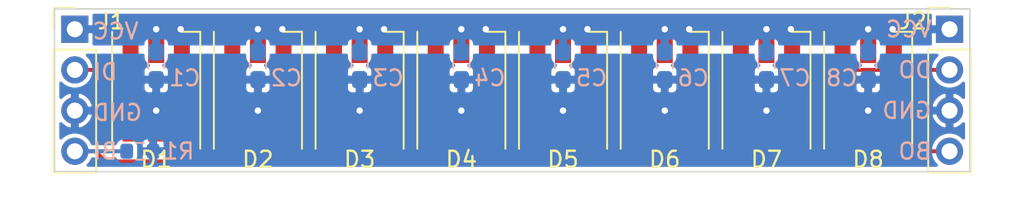
<source format=kicad_pcb>
(kicad_pcb (version 20171130) (host pcbnew 5.1.8)

  (general
    (thickness 1.6)
    (drawings 12)
    (tracks 188)
    (zones 0)
    (modules 19)
    (nets 13)
  )

  (page A4)
  (layers
    (0 F.Cu signal)
    (31 B.Cu signal)
    (32 B.Adhes user)
    (33 F.Adhes user)
    (34 B.Paste user)
    (35 F.Paste user)
    (36 B.SilkS user)
    (37 F.SilkS user)
    (38 B.Mask user)
    (39 F.Mask user)
    (40 Dwgs.User user)
    (41 Cmts.User user)
    (42 Eco1.User user)
    (43 Eco2.User user)
    (44 Edge.Cuts user)
    (45 Margin user)
    (46 B.CrtYd user)
    (47 F.CrtYd user)
    (48 B.Fab user)
    (49 F.Fab user)
  )

  (setup
    (last_trace_width 0.25)
    (trace_clearance 0.2)
    (zone_clearance 0.25)
    (zone_45_only no)
    (trace_min 0.2)
    (via_size 0.8)
    (via_drill 0.4)
    (via_min_size 0.4)
    (via_min_drill 0.3)
    (uvia_size 0.3)
    (uvia_drill 0.1)
    (uvias_allowed no)
    (uvia_min_size 0.2)
    (uvia_min_drill 0.1)
    (edge_width 0.1)
    (segment_width 0.2)
    (pcb_text_width 0.3)
    (pcb_text_size 1.5 1.5)
    (mod_edge_width 0.15)
    (mod_text_size 1 1)
    (mod_text_width 0.15)
    (pad_size 1.524 1.524)
    (pad_drill 0.762)
    (pad_to_mask_clearance 0)
    (aux_axis_origin 0 0)
    (visible_elements FFFFFF7F)
    (pcbplotparams
      (layerselection 0x010fc_ffffffff)
      (usegerberextensions false)
      (usegerberattributes true)
      (usegerberadvancedattributes true)
      (creategerberjobfile true)
      (excludeedgelayer true)
      (linewidth 0.100000)
      (plotframeref false)
      (viasonmask false)
      (mode 1)
      (useauxorigin false)
      (hpglpennumber 1)
      (hpglpenspeed 20)
      (hpglpendiameter 15.000000)
      (psnegative false)
      (psa4output false)
      (plotreference true)
      (plotvalue true)
      (plotinvisibletext false)
      (padsonsilk false)
      (subtractmaskfromsilk false)
      (outputformat 1)
      (mirror false)
      (drillshape 1)
      (scaleselection 1)
      (outputdirectory ""))
  )

  (net 0 "")
  (net 1 VLED)
  (net 2 GND)
  (net 3 "Net-(D1-Pad4)")
  (net 4 "Net-(D1-Pad6)")
  (net 5 "Net-(D1-Pad3)")
  (net 6 "Net-(D2-Pad3)")
  (net 7 "Net-(D3-Pad3)")
  (net 8 "Net-(D4-Pad3)")
  (net 9 "Net-(D5-Pad3)")
  (net 10 "Net-(D6-Pad3)")
  (net 11 "Net-(D7-Pad3)")
  (net 12 "Net-(D8-Pad3)")

  (net_class Default "This is the default net class."
    (clearance 0.2)
    (trace_width 0.25)
    (via_dia 0.8)
    (via_drill 0.4)
    (uvia_dia 0.3)
    (uvia_drill 0.1)
    (add_net "Net-(D1-Pad3)")
    (add_net "Net-(D1-Pad4)")
    (add_net "Net-(D1-Pad6)")
    (add_net "Net-(D2-Pad3)")
    (add_net "Net-(D3-Pad3)")
    (add_net "Net-(D4-Pad3)")
    (add_net "Net-(D5-Pad3)")
    (add_net "Net-(D6-Pad3)")
    (add_net "Net-(D7-Pad3)")
    (add_net "Net-(D8-Pad3)")
  )

  (net_class Power ""
    (clearance 0.2)
    (trace_width 0.5)
    (via_dia 0.8)
    (via_drill 0.4)
    (uvia_dia 0.3)
    (uvia_drill 0.1)
    (add_net GND)
    (add_net VLED)
  )

  (module LED_SMD:LED_WS2812_PLCC6_5.0x5.0mm_P1.6mm (layer F.Cu) (tedit 5AA4B296) (tstamp 5FEFC610)
    (at 87.63 35.56 270)
    (descr https://cdn-shop.adafruit.com/datasheets/WS2812.pdf)
    (tags "LED RGB NeoPixel")
    (path /601D505D)
    (attr smd)
    (fp_text reference D7 (at 4.318 0 180) (layer F.SilkS)
      (effects (font (size 1 1) (thickness 0.15)))
    )
    (fp_text value WS2813 (at 0 4 90) (layer F.Fab)
      (effects (font (size 1 1) (thickness 0.15)))
    )
    (fp_text user %R (at 0 0 90) (layer F.Fab)
      (effects (font (size 0.8 0.8) (thickness 0.15)))
    )
    (fp_line (start 3.45 -2.75) (end -3.45 -2.75) (layer F.CrtYd) (width 0.05))
    (fp_line (start 3.45 2.75) (end 3.45 -2.75) (layer F.CrtYd) (width 0.05))
    (fp_line (start -3.45 2.75) (end 3.45 2.75) (layer F.CrtYd) (width 0.05))
    (fp_line (start -3.45 -2.75) (end -3.45 2.75) (layer F.CrtYd) (width 0.05))
    (fp_line (start -2.5 -1.5) (end -1.5 -2.5) (layer F.Fab) (width 0.1))
    (fp_line (start -2.5 -2.5) (end 2.5 -2.5) (layer F.Fab) (width 0.1))
    (fp_line (start 2.5 -2.5) (end 2.5 2.5) (layer F.Fab) (width 0.1))
    (fp_line (start 2.5 2.5) (end -2.5 2.5) (layer F.Fab) (width 0.1))
    (fp_line (start -2.5 2.5) (end -2.5 -2.5) (layer F.Fab) (width 0.1))
    (fp_line (start -3.65 2.75) (end 3.65 2.75) (layer F.SilkS) (width 0.12))
    (fp_line (start -3.65 -1.6) (end -3.65 -2.75) (layer F.SilkS) (width 0.12))
    (fp_line (start -3.65 -2.75) (end 3.65 -2.75) (layer F.SilkS) (width 0.12))
    (fp_circle (center 0 0) (end 0 -2) (layer F.Fab) (width 0.1))
    (pad 1 smd rect (at -2.45 -1.6 270) (size 1.5 1) (layers F.Cu F.Paste F.Mask)
      (net 1 VLED))
    (pad 2 smd rect (at -2.45 0 270) (size 1.5 1) (layers F.Cu F.Paste F.Mask)
      (net 1 VLED))
    (pad 3 smd rect (at -2.45 1.6 270) (size 1.5 1) (layers F.Cu F.Paste F.Mask)
      (net 11 "Net-(D7-Pad3)"))
    (pad 6 smd rect (at 2.45 -1.6 270) (size 1.5 1) (layers F.Cu F.Paste F.Mask)
      (net 9 "Net-(D5-Pad3)"))
    (pad 5 smd rect (at 2.45 0 270) (size 1.5 1) (layers F.Cu F.Paste F.Mask)
      (net 2 GND))
    (pad 4 smd rect (at 2.45 1.6 270) (size 1.5 1) (layers F.Cu F.Paste F.Mask)
      (net 10 "Net-(D6-Pad3)"))
    (model ${KISYS3DMOD}/LED_SMD.3dshapes/LED_WS2812_PLCC6_5.0x5.0mm_P1.6mm.wrl
      (at (xyz 0 0 0))
      (scale (xyz 1 1 1))
      (rotate (xyz 0 0 0))
    )
  )

  (module Resistor_SMD:R_0603_1608Metric (layer B.Cu) (tedit 5F68FEEE) (tstamp 5FF000E5)
    (at 48.514 39.37)
    (descr "Resistor SMD 0603 (1608 Metric), square (rectangular) end terminal, IPC_7351 nominal, (Body size source: IPC-SM-782 page 72, https://www.pcb-3d.com/wordpress/wp-content/uploads/ipc-sm-782a_amendment_1_and_2.pdf), generated with kicad-footprint-generator")
    (tags resistor)
    (path /5FF9342F)
    (attr smd)
    (fp_text reference R1 (at 2.413 0) (layer B.SilkS)
      (effects (font (size 1 1) (thickness 0.15)) (justify mirror))
    )
    (fp_text value 10K (at 0 -1.43) (layer B.Fab)
      (effects (font (size 1 1) (thickness 0.15)) (justify mirror))
    )
    (fp_line (start 1.48 -0.73) (end -1.48 -0.73) (layer B.CrtYd) (width 0.05))
    (fp_line (start 1.48 0.73) (end 1.48 -0.73) (layer B.CrtYd) (width 0.05))
    (fp_line (start -1.48 0.73) (end 1.48 0.73) (layer B.CrtYd) (width 0.05))
    (fp_line (start -1.48 -0.73) (end -1.48 0.73) (layer B.CrtYd) (width 0.05))
    (fp_line (start -0.237258 -0.5225) (end 0.237258 -0.5225) (layer B.SilkS) (width 0.12))
    (fp_line (start -0.237258 0.5225) (end 0.237258 0.5225) (layer B.SilkS) (width 0.12))
    (fp_line (start 0.8 -0.4125) (end -0.8 -0.4125) (layer B.Fab) (width 0.1))
    (fp_line (start 0.8 0.4125) (end 0.8 -0.4125) (layer B.Fab) (width 0.1))
    (fp_line (start -0.8 0.4125) (end 0.8 0.4125) (layer B.Fab) (width 0.1))
    (fp_line (start -0.8 -0.4125) (end -0.8 0.4125) (layer B.Fab) (width 0.1))
    (fp_text user %R (at 0 0) (layer B.Fab)
      (effects (font (size 0.4 0.4) (thickness 0.06)) (justify mirror))
    )
    (pad 1 smd roundrect (at -0.825 0) (size 0.8 0.95) (layers B.Cu B.Paste B.Mask) (roundrect_rratio 0.25)
      (net 4 "Net-(D1-Pad6)"))
    (pad 2 smd roundrect (at 0.825 0) (size 0.8 0.95) (layers B.Cu B.Paste B.Mask) (roundrect_rratio 0.25)
      (net 2 GND))
    (model ${KISYS3DMOD}/Resistor_SMD.3dshapes/R_0603_1608Metric.wrl
      (at (xyz 0 0 0))
      (scale (xyz 1 1 1))
      (rotate (xyz 0 0 0))
    )
  )

  (module Capacitor_SMD:C_0603_1608Metric_Pad1.08x0.95mm_HandSolder (layer B.Cu) (tedit 5F68FEEF) (tstamp 5FEFE622)
    (at 49.53 34.036 270)
    (descr "Capacitor SMD 0603 (1608 Metric), square (rectangular) end terminal, IPC_7351 nominal with elongated pad for handsoldering. (Body size source: IPC-SM-782 page 76, https://www.pcb-3d.com/wordpress/wp-content/uploads/ipc-sm-782a_amendment_1_and_2.pdf), generated with kicad-footprint-generator")
    (tags "capacitor handsolder")
    (path /5FB8BCAC)
    (attr smd)
    (fp_text reference C1 (at 0.762 -1.778 180) (layer B.SilkS)
      (effects (font (size 1 1) (thickness 0.15)) (justify mirror))
    )
    (fp_text value 0u1 (at 0 -1.43 90) (layer B.Fab)
      (effects (font (size 1 1) (thickness 0.15)) (justify mirror))
    )
    (fp_line (start 1.65 -0.73) (end -1.65 -0.73) (layer B.CrtYd) (width 0.05))
    (fp_line (start 1.65 0.73) (end 1.65 -0.73) (layer B.CrtYd) (width 0.05))
    (fp_line (start -1.65 0.73) (end 1.65 0.73) (layer B.CrtYd) (width 0.05))
    (fp_line (start -1.65 -0.73) (end -1.65 0.73) (layer B.CrtYd) (width 0.05))
    (fp_line (start -0.146267 -0.51) (end 0.146267 -0.51) (layer B.SilkS) (width 0.12))
    (fp_line (start -0.146267 0.51) (end 0.146267 0.51) (layer B.SilkS) (width 0.12))
    (fp_line (start 0.8 -0.4) (end -0.8 -0.4) (layer B.Fab) (width 0.1))
    (fp_line (start 0.8 0.4) (end 0.8 -0.4) (layer B.Fab) (width 0.1))
    (fp_line (start -0.8 0.4) (end 0.8 0.4) (layer B.Fab) (width 0.1))
    (fp_line (start -0.8 -0.4) (end -0.8 0.4) (layer B.Fab) (width 0.1))
    (fp_text user %R (at 0 0 90) (layer B.Fab)
      (effects (font (size 0.4 0.4) (thickness 0.06)) (justify mirror))
    )
    (pad 1 smd roundrect (at -0.8625 0 270) (size 1.075 0.95) (layers B.Cu B.Paste B.Mask) (roundrect_rratio 0.25)
      (net 1 VLED))
    (pad 2 smd roundrect (at 0.8625 0 270) (size 1.075 0.95) (layers B.Cu B.Paste B.Mask) (roundrect_rratio 0.25)
      (net 2 GND))
    (model ${KISYS3DMOD}/Capacitor_SMD.3dshapes/C_0603_1608Metric.wrl
      (at (xyz 0 0 0))
      (scale (xyz 1 1 1))
      (rotate (xyz 0 0 0))
    )
  )

  (module Capacitor_SMD:C_0603_1608Metric_Pad1.08x0.95mm_HandSolder (layer B.Cu) (tedit 5F68FEEF) (tstamp 5FEFE0EB)
    (at 55.88 34.036 270)
    (descr "Capacitor SMD 0603 (1608 Metric), square (rectangular) end terminal, IPC_7351 nominal with elongated pad for handsoldering. (Body size source: IPC-SM-782 page 76, https://www.pcb-3d.com/wordpress/wp-content/uploads/ipc-sm-782a_amendment_1_and_2.pdf), generated with kicad-footprint-generator")
    (tags "capacitor handsolder")
    (path /5FB8FF2D)
    (attr smd)
    (fp_text reference C2 (at 0.762 -1.778 180) (layer B.SilkS)
      (effects (font (size 1 1) (thickness 0.15)) (justify mirror))
    )
    (fp_text value 0u1 (at 0 -1.43 90) (layer B.Fab)
      (effects (font (size 1 1) (thickness 0.15)) (justify mirror))
    )
    (fp_text user %R (at 0 0 90) (layer B.Fab)
      (effects (font (size 0.4 0.4) (thickness 0.06)) (justify mirror))
    )
    (fp_line (start -0.8 -0.4) (end -0.8 0.4) (layer B.Fab) (width 0.1))
    (fp_line (start -0.8 0.4) (end 0.8 0.4) (layer B.Fab) (width 0.1))
    (fp_line (start 0.8 0.4) (end 0.8 -0.4) (layer B.Fab) (width 0.1))
    (fp_line (start 0.8 -0.4) (end -0.8 -0.4) (layer B.Fab) (width 0.1))
    (fp_line (start -0.146267 0.51) (end 0.146267 0.51) (layer B.SilkS) (width 0.12))
    (fp_line (start -0.146267 -0.51) (end 0.146267 -0.51) (layer B.SilkS) (width 0.12))
    (fp_line (start -1.65 -0.73) (end -1.65 0.73) (layer B.CrtYd) (width 0.05))
    (fp_line (start -1.65 0.73) (end 1.65 0.73) (layer B.CrtYd) (width 0.05))
    (fp_line (start 1.65 0.73) (end 1.65 -0.73) (layer B.CrtYd) (width 0.05))
    (fp_line (start 1.65 -0.73) (end -1.65 -0.73) (layer B.CrtYd) (width 0.05))
    (pad 2 smd roundrect (at 0.8625 0 270) (size 1.075 0.95) (layers B.Cu B.Paste B.Mask) (roundrect_rratio 0.25)
      (net 2 GND))
    (pad 1 smd roundrect (at -0.8625 0 270) (size 1.075 0.95) (layers B.Cu B.Paste B.Mask) (roundrect_rratio 0.25)
      (net 1 VLED))
    (model ${KISYS3DMOD}/Capacitor_SMD.3dshapes/C_0603_1608Metric.wrl
      (at (xyz 0 0 0))
      (scale (xyz 1 1 1))
      (rotate (xyz 0 0 0))
    )
  )

  (module Capacitor_SMD:C_0603_1608Metric_Pad1.08x0.95mm_HandSolder (layer B.Cu) (tedit 5F68FEEF) (tstamp 5FEFE8B8)
    (at 62.23 34.036 270)
    (descr "Capacitor SMD 0603 (1608 Metric), square (rectangular) end terminal, IPC_7351 nominal with elongated pad for handsoldering. (Body size source: IPC-SM-782 page 76, https://www.pcb-3d.com/wordpress/wp-content/uploads/ipc-sm-782a_amendment_1_and_2.pdf), generated with kicad-footprint-generator")
    (tags "capacitor handsolder")
    (path /601AF1A3)
    (attr smd)
    (fp_text reference C3 (at 0.762 -1.778 180) (layer B.SilkS)
      (effects (font (size 1 1) (thickness 0.15)) (justify mirror))
    )
    (fp_text value 0u1 (at 0 -1.43 90) (layer B.Fab)
      (effects (font (size 1 1) (thickness 0.15)) (justify mirror))
    )
    (fp_text user %R (at 0 0 90) (layer B.Fab)
      (effects (font (size 0.4 0.4) (thickness 0.06)) (justify mirror))
    )
    (fp_line (start -0.8 -0.4) (end -0.8 0.4) (layer B.Fab) (width 0.1))
    (fp_line (start -0.8 0.4) (end 0.8 0.4) (layer B.Fab) (width 0.1))
    (fp_line (start 0.8 0.4) (end 0.8 -0.4) (layer B.Fab) (width 0.1))
    (fp_line (start 0.8 -0.4) (end -0.8 -0.4) (layer B.Fab) (width 0.1))
    (fp_line (start -0.146267 0.51) (end 0.146267 0.51) (layer B.SilkS) (width 0.12))
    (fp_line (start -0.146267 -0.51) (end 0.146267 -0.51) (layer B.SilkS) (width 0.12))
    (fp_line (start -1.65 -0.73) (end -1.65 0.73) (layer B.CrtYd) (width 0.05))
    (fp_line (start -1.65 0.73) (end 1.65 0.73) (layer B.CrtYd) (width 0.05))
    (fp_line (start 1.65 0.73) (end 1.65 -0.73) (layer B.CrtYd) (width 0.05))
    (fp_line (start 1.65 -0.73) (end -1.65 -0.73) (layer B.CrtYd) (width 0.05))
    (pad 2 smd roundrect (at 0.8625 0 270) (size 1.075 0.95) (layers B.Cu B.Paste B.Mask) (roundrect_rratio 0.25)
      (net 2 GND))
    (pad 1 smd roundrect (at -0.8625 0 270) (size 1.075 0.95) (layers B.Cu B.Paste B.Mask) (roundrect_rratio 0.25)
      (net 1 VLED))
    (model ${KISYS3DMOD}/Capacitor_SMD.3dshapes/C_0603_1608Metric.wrl
      (at (xyz 0 0 0))
      (scale (xyz 1 1 1))
      (rotate (xyz 0 0 0))
    )
  )

  (module Capacitor_SMD:C_0603_1608Metric_Pad1.08x0.95mm_HandSolder (layer B.Cu) (tedit 5F68FEEF) (tstamp 5FEFDB6E)
    (at 68.58 34.036 270)
    (descr "Capacitor SMD 0603 (1608 Metric), square (rectangular) end terminal, IPC_7351 nominal with elongated pad for handsoldering. (Body size source: IPC-SM-782 page 76, https://www.pcb-3d.com/wordpress/wp-content/uploads/ipc-sm-782a_amendment_1_and_2.pdf), generated with kicad-footprint-generator")
    (tags "capacitor handsolder")
    (path /601B6DC2)
    (attr smd)
    (fp_text reference C4 (at 0.762 -1.778 180) (layer B.SilkS)
      (effects (font (size 1 1) (thickness 0.15)) (justify mirror))
    )
    (fp_text value 0u1 (at 0 -1.43 90) (layer B.Fab)
      (effects (font (size 1 1) (thickness 0.15)) (justify mirror))
    )
    (fp_line (start 1.65 -0.73) (end -1.65 -0.73) (layer B.CrtYd) (width 0.05))
    (fp_line (start 1.65 0.73) (end 1.65 -0.73) (layer B.CrtYd) (width 0.05))
    (fp_line (start -1.65 0.73) (end 1.65 0.73) (layer B.CrtYd) (width 0.05))
    (fp_line (start -1.65 -0.73) (end -1.65 0.73) (layer B.CrtYd) (width 0.05))
    (fp_line (start -0.146267 -0.51) (end 0.146267 -0.51) (layer B.SilkS) (width 0.12))
    (fp_line (start -0.146267 0.51) (end 0.146267 0.51) (layer B.SilkS) (width 0.12))
    (fp_line (start 0.8 -0.4) (end -0.8 -0.4) (layer B.Fab) (width 0.1))
    (fp_line (start 0.8 0.4) (end 0.8 -0.4) (layer B.Fab) (width 0.1))
    (fp_line (start -0.8 0.4) (end 0.8 0.4) (layer B.Fab) (width 0.1))
    (fp_line (start -0.8 -0.4) (end -0.8 0.4) (layer B.Fab) (width 0.1))
    (fp_text user %R (at 0 0 90) (layer B.Fab)
      (effects (font (size 0.4 0.4) (thickness 0.06)) (justify mirror))
    )
    (pad 1 smd roundrect (at -0.8625 0 270) (size 1.075 0.95) (layers B.Cu B.Paste B.Mask) (roundrect_rratio 0.25)
      (net 1 VLED))
    (pad 2 smd roundrect (at 0.8625 0 270) (size 1.075 0.95) (layers B.Cu B.Paste B.Mask) (roundrect_rratio 0.25)
      (net 2 GND))
    (model ${KISYS3DMOD}/Capacitor_SMD.3dshapes/C_0603_1608Metric.wrl
      (at (xyz 0 0 0))
      (scale (xyz 1 1 1))
      (rotate (xyz 0 0 0))
    )
  )

  (module Capacitor_SMD:C_0603_1608Metric_Pad1.08x0.95mm_HandSolder (layer B.Cu) (tedit 5F68FEEF) (tstamp 5FEFC535)
    (at 74.93 34.036 270)
    (descr "Capacitor SMD 0603 (1608 Metric), square (rectangular) end terminal, IPC_7351 nominal with elongated pad for handsoldering. (Body size source: IPC-SM-782 page 76, https://www.pcb-3d.com/wordpress/wp-content/uploads/ipc-sm-782a_amendment_1_and_2.pdf), generated with kicad-footprint-generator")
    (tags "capacitor handsolder")
    (path /601BF615)
    (attr smd)
    (fp_text reference C5 (at 0.762 -1.778 180) (layer B.SilkS)
      (effects (font (size 1 1) (thickness 0.15)) (justify mirror))
    )
    (fp_text value 0u1 (at 0 -1.43 90) (layer B.Fab)
      (effects (font (size 1 1) (thickness 0.15)) (justify mirror))
    )
    (fp_text user %R (at 0 0 90) (layer B.Fab)
      (effects (font (size 0.4 0.4) (thickness 0.06)) (justify mirror))
    )
    (fp_line (start -0.8 -0.4) (end -0.8 0.4) (layer B.Fab) (width 0.1))
    (fp_line (start -0.8 0.4) (end 0.8 0.4) (layer B.Fab) (width 0.1))
    (fp_line (start 0.8 0.4) (end 0.8 -0.4) (layer B.Fab) (width 0.1))
    (fp_line (start 0.8 -0.4) (end -0.8 -0.4) (layer B.Fab) (width 0.1))
    (fp_line (start -0.146267 0.51) (end 0.146267 0.51) (layer B.SilkS) (width 0.12))
    (fp_line (start -0.146267 -0.51) (end 0.146267 -0.51) (layer B.SilkS) (width 0.12))
    (fp_line (start -1.65 -0.73) (end -1.65 0.73) (layer B.CrtYd) (width 0.05))
    (fp_line (start -1.65 0.73) (end 1.65 0.73) (layer B.CrtYd) (width 0.05))
    (fp_line (start 1.65 0.73) (end 1.65 -0.73) (layer B.CrtYd) (width 0.05))
    (fp_line (start 1.65 -0.73) (end -1.65 -0.73) (layer B.CrtYd) (width 0.05))
    (pad 2 smd roundrect (at 0.8625 0 270) (size 1.075 0.95) (layers B.Cu B.Paste B.Mask) (roundrect_rratio 0.25)
      (net 2 GND))
    (pad 1 smd roundrect (at -0.8625 0 270) (size 1.075 0.95) (layers B.Cu B.Paste B.Mask) (roundrect_rratio 0.25)
      (net 1 VLED))
    (model ${KISYS3DMOD}/Capacitor_SMD.3dshapes/C_0603_1608Metric.wrl
      (at (xyz 0 0 0))
      (scale (xyz 1 1 1))
      (rotate (xyz 0 0 0))
    )
  )

  (module Capacitor_SMD:C_0603_1608Metric_Pad1.08x0.95mm_HandSolder (layer B.Cu) (tedit 5F68FEEF) (tstamp 5FEFC546)
    (at 81.28 34.036 270)
    (descr "Capacitor SMD 0603 (1608 Metric), square (rectangular) end terminal, IPC_7351 nominal with elongated pad for handsoldering. (Body size source: IPC-SM-782 page 76, https://www.pcb-3d.com/wordpress/wp-content/uploads/ipc-sm-782a_amendment_1_and_2.pdf), generated with kicad-footprint-generator")
    (tags "capacitor handsolder")
    (path /601C910E)
    (attr smd)
    (fp_text reference C6 (at 0.762 -1.778 180) (layer B.SilkS)
      (effects (font (size 1 1) (thickness 0.15)) (justify mirror))
    )
    (fp_text value 0u1 (at 0 -1.43 90) (layer B.Fab)
      (effects (font (size 1 1) (thickness 0.15)) (justify mirror))
    )
    (fp_line (start 1.65 -0.73) (end -1.65 -0.73) (layer B.CrtYd) (width 0.05))
    (fp_line (start 1.65 0.73) (end 1.65 -0.73) (layer B.CrtYd) (width 0.05))
    (fp_line (start -1.65 0.73) (end 1.65 0.73) (layer B.CrtYd) (width 0.05))
    (fp_line (start -1.65 -0.73) (end -1.65 0.73) (layer B.CrtYd) (width 0.05))
    (fp_line (start -0.146267 -0.51) (end 0.146267 -0.51) (layer B.SilkS) (width 0.12))
    (fp_line (start -0.146267 0.51) (end 0.146267 0.51) (layer B.SilkS) (width 0.12))
    (fp_line (start 0.8 -0.4) (end -0.8 -0.4) (layer B.Fab) (width 0.1))
    (fp_line (start 0.8 0.4) (end 0.8 -0.4) (layer B.Fab) (width 0.1))
    (fp_line (start -0.8 0.4) (end 0.8 0.4) (layer B.Fab) (width 0.1))
    (fp_line (start -0.8 -0.4) (end -0.8 0.4) (layer B.Fab) (width 0.1))
    (fp_text user %R (at 0 0 90) (layer B.Fab)
      (effects (font (size 0.4 0.4) (thickness 0.06)) (justify mirror))
    )
    (pad 1 smd roundrect (at -0.8625 0 270) (size 1.075 0.95) (layers B.Cu B.Paste B.Mask) (roundrect_rratio 0.25)
      (net 1 VLED))
    (pad 2 smd roundrect (at 0.8625 0 270) (size 1.075 0.95) (layers B.Cu B.Paste B.Mask) (roundrect_rratio 0.25)
      (net 2 GND))
    (model ${KISYS3DMOD}/Capacitor_SMD.3dshapes/C_0603_1608Metric.wrl
      (at (xyz 0 0 0))
      (scale (xyz 1 1 1))
      (rotate (xyz 0 0 0))
    )
  )

  (module Capacitor_SMD:C_0603_1608Metric_Pad1.08x0.95mm_HandSolder (layer B.Cu) (tedit 5F68FEEF) (tstamp 5FEFC557)
    (at 87.63 34.036 270)
    (descr "Capacitor SMD 0603 (1608 Metric), square (rectangular) end terminal, IPC_7351 nominal with elongated pad for handsoldering. (Body size source: IPC-SM-782 page 76, https://www.pcb-3d.com/wordpress/wp-content/uploads/ipc-sm-782a_amendment_1_and_2.pdf), generated with kicad-footprint-generator")
    (tags "capacitor handsolder")
    (path /601D5063)
    (attr smd)
    (fp_text reference C7 (at 0.762 -1.778 180) (layer B.SilkS)
      (effects (font (size 1 1) (thickness 0.15)) (justify mirror))
    )
    (fp_text value 0u1 (at 0 -1.43 90) (layer B.Fab)
      (effects (font (size 1 1) (thickness 0.15)) (justify mirror))
    )
    (fp_text user %R (at 0 0 90) (layer B.Fab)
      (effects (font (size 0.4 0.4) (thickness 0.06)) (justify mirror))
    )
    (fp_line (start -0.8 -0.4) (end -0.8 0.4) (layer B.Fab) (width 0.1))
    (fp_line (start -0.8 0.4) (end 0.8 0.4) (layer B.Fab) (width 0.1))
    (fp_line (start 0.8 0.4) (end 0.8 -0.4) (layer B.Fab) (width 0.1))
    (fp_line (start 0.8 -0.4) (end -0.8 -0.4) (layer B.Fab) (width 0.1))
    (fp_line (start -0.146267 0.51) (end 0.146267 0.51) (layer B.SilkS) (width 0.12))
    (fp_line (start -0.146267 -0.51) (end 0.146267 -0.51) (layer B.SilkS) (width 0.12))
    (fp_line (start -1.65 -0.73) (end -1.65 0.73) (layer B.CrtYd) (width 0.05))
    (fp_line (start -1.65 0.73) (end 1.65 0.73) (layer B.CrtYd) (width 0.05))
    (fp_line (start 1.65 0.73) (end 1.65 -0.73) (layer B.CrtYd) (width 0.05))
    (fp_line (start 1.65 -0.73) (end -1.65 -0.73) (layer B.CrtYd) (width 0.05))
    (pad 2 smd roundrect (at 0.8625 0 270) (size 1.075 0.95) (layers B.Cu B.Paste B.Mask) (roundrect_rratio 0.25)
      (net 2 GND))
    (pad 1 smd roundrect (at -0.8625 0 270) (size 1.075 0.95) (layers B.Cu B.Paste B.Mask) (roundrect_rratio 0.25)
      (net 1 VLED))
    (model ${KISYS3DMOD}/Capacitor_SMD.3dshapes/C_0603_1608Metric.wrl
      (at (xyz 0 0 0))
      (scale (xyz 1 1 1))
      (rotate (xyz 0 0 0))
    )
  )

  (module Capacitor_SMD:C_0603_1608Metric_Pad1.08x0.95mm_HandSolder (layer B.Cu) (tedit 5F68FEEF) (tstamp 5FEFC568)
    (at 93.98 34.036 270)
    (descr "Capacitor SMD 0603 (1608 Metric), square (rectangular) end terminal, IPC_7351 nominal with elongated pad for handsoldering. (Body size source: IPC-SM-782 page 76, https://www.pcb-3d.com/wordpress/wp-content/uploads/ipc-sm-782a_amendment_1_and_2.pdf), generated with kicad-footprint-generator")
    (tags "capacitor handsolder")
    (path /5FB9A07B)
    (attr smd)
    (fp_text reference C8 (at 0.762 1.651 180) (layer B.SilkS)
      (effects (font (size 1 1) (thickness 0.15)) (justify mirror))
    )
    (fp_text value 0u1 (at 0 -1.43 90) (layer B.Fab)
      (effects (font (size 1 1) (thickness 0.15)) (justify mirror))
    )
    (fp_line (start 1.65 -0.73) (end -1.65 -0.73) (layer B.CrtYd) (width 0.05))
    (fp_line (start 1.65 0.73) (end 1.65 -0.73) (layer B.CrtYd) (width 0.05))
    (fp_line (start -1.65 0.73) (end 1.65 0.73) (layer B.CrtYd) (width 0.05))
    (fp_line (start -1.65 -0.73) (end -1.65 0.73) (layer B.CrtYd) (width 0.05))
    (fp_line (start -0.146267 -0.51) (end 0.146267 -0.51) (layer B.SilkS) (width 0.12))
    (fp_line (start -0.146267 0.51) (end 0.146267 0.51) (layer B.SilkS) (width 0.12))
    (fp_line (start 0.8 -0.4) (end -0.8 -0.4) (layer B.Fab) (width 0.1))
    (fp_line (start 0.8 0.4) (end 0.8 -0.4) (layer B.Fab) (width 0.1))
    (fp_line (start -0.8 0.4) (end 0.8 0.4) (layer B.Fab) (width 0.1))
    (fp_line (start -0.8 -0.4) (end -0.8 0.4) (layer B.Fab) (width 0.1))
    (fp_text user %R (at 0 0 90) (layer B.Fab)
      (effects (font (size 0.4 0.4) (thickness 0.06)) (justify mirror))
    )
    (pad 1 smd roundrect (at -0.8625 0 270) (size 1.075 0.95) (layers B.Cu B.Paste B.Mask) (roundrect_rratio 0.25)
      (net 1 VLED))
    (pad 2 smd roundrect (at 0.8625 0 270) (size 1.075 0.95) (layers B.Cu B.Paste B.Mask) (roundrect_rratio 0.25)
      (net 2 GND))
    (model ${KISYS3DMOD}/Capacitor_SMD.3dshapes/C_0603_1608Metric.wrl
      (at (xyz 0 0 0))
      (scale (xyz 1 1 1))
      (rotate (xyz 0 0 0))
    )
  )

  (module LED_SMD:LED_WS2812_PLCC6_5.0x5.0mm_P1.6mm (layer F.Cu) (tedit 5AA4B296) (tstamp 5FEFD046)
    (at 49.53 35.56 270)
    (descr https://cdn-shop.adafruit.com/datasheets/WS2812.pdf)
    (tags "LED RGB NeoPixel")
    (path /5FB87FA4)
    (attr smd)
    (fp_text reference D1 (at 4.318 0 180) (layer F.SilkS)
      (effects (font (size 1 1) (thickness 0.15)))
    )
    (fp_text value WS2813 (at 0 4 90) (layer F.Fab)
      (effects (font (size 1 1) (thickness 0.15)))
    )
    (fp_circle (center 0 0) (end 0 -2) (layer F.Fab) (width 0.1))
    (fp_line (start -3.65 -2.75) (end 3.65 -2.75) (layer F.SilkS) (width 0.12))
    (fp_line (start -3.65 -1.6) (end -3.65 -2.75) (layer F.SilkS) (width 0.12))
    (fp_line (start -3.65 2.75) (end 3.65 2.75) (layer F.SilkS) (width 0.12))
    (fp_line (start -2.5 2.5) (end -2.5 -2.5) (layer F.Fab) (width 0.1))
    (fp_line (start 2.5 2.5) (end -2.5 2.5) (layer F.Fab) (width 0.1))
    (fp_line (start 2.5 -2.5) (end 2.5 2.5) (layer F.Fab) (width 0.1))
    (fp_line (start -2.5 -2.5) (end 2.5 -2.5) (layer F.Fab) (width 0.1))
    (fp_line (start -2.5 -1.5) (end -1.5 -2.5) (layer F.Fab) (width 0.1))
    (fp_line (start -3.45 -2.75) (end -3.45 2.75) (layer F.CrtYd) (width 0.05))
    (fp_line (start -3.45 2.75) (end 3.45 2.75) (layer F.CrtYd) (width 0.05))
    (fp_line (start 3.45 2.75) (end 3.45 -2.75) (layer F.CrtYd) (width 0.05))
    (fp_line (start 3.45 -2.75) (end -3.45 -2.75) (layer F.CrtYd) (width 0.05))
    (fp_text user %R (at 0 0 90) (layer F.Fab)
      (effects (font (size 0.8 0.8) (thickness 0.15)))
    )
    (pad 4 smd rect (at 2.45 1.6 270) (size 1.5 1) (layers F.Cu F.Paste F.Mask)
      (net 3 "Net-(D1-Pad4)"))
    (pad 5 smd rect (at 2.45 0 270) (size 1.5 1) (layers F.Cu F.Paste F.Mask)
      (net 2 GND))
    (pad 6 smd rect (at 2.45 -1.6 270) (size 1.5 1) (layers F.Cu F.Paste F.Mask)
      (net 4 "Net-(D1-Pad6)"))
    (pad 3 smd rect (at -2.45 1.6 270) (size 1.5 1) (layers F.Cu F.Paste F.Mask)
      (net 5 "Net-(D1-Pad3)"))
    (pad 2 smd rect (at -2.45 0 270) (size 1.5 1) (layers F.Cu F.Paste F.Mask)
      (net 1 VLED))
    (pad 1 smd rect (at -2.45 -1.6 270) (size 1.5 1) (layers F.Cu F.Paste F.Mask)
      (net 1 VLED))
    (model ${KISYS3DMOD}/LED_SMD.3dshapes/LED_WS2812_PLCC6_5.0x5.0mm_P1.6mm.wrl
      (at (xyz 0 0 0))
      (scale (xyz 1 1 1))
      (rotate (xyz 0 0 0))
    )
  )

  (module LED_SMD:LED_WS2812_PLCC6_5.0x5.0mm_P1.6mm (layer F.Cu) (tedit 5AA4B296) (tstamp 5FEFCF5C)
    (at 55.88 35.56 270)
    (descr https://cdn-shop.adafruit.com/datasheets/WS2812.pdf)
    (tags "LED RGB NeoPixel")
    (path /5FB8FF20)
    (attr smd)
    (fp_text reference D2 (at 4.318 0 180) (layer F.SilkS)
      (effects (font (size 1 1) (thickness 0.15)))
    )
    (fp_text value WS2813 (at 0 4 90) (layer F.Fab)
      (effects (font (size 1 1) (thickness 0.15)))
    )
    (fp_text user %R (at 0 0 90) (layer F.Fab)
      (effects (font (size 0.8 0.8) (thickness 0.15)))
    )
    (fp_line (start 3.45 -2.75) (end -3.45 -2.75) (layer F.CrtYd) (width 0.05))
    (fp_line (start 3.45 2.75) (end 3.45 -2.75) (layer F.CrtYd) (width 0.05))
    (fp_line (start -3.45 2.75) (end 3.45 2.75) (layer F.CrtYd) (width 0.05))
    (fp_line (start -3.45 -2.75) (end -3.45 2.75) (layer F.CrtYd) (width 0.05))
    (fp_line (start -2.5 -1.5) (end -1.5 -2.5) (layer F.Fab) (width 0.1))
    (fp_line (start -2.5 -2.5) (end 2.5 -2.5) (layer F.Fab) (width 0.1))
    (fp_line (start 2.5 -2.5) (end 2.5 2.5) (layer F.Fab) (width 0.1))
    (fp_line (start 2.5 2.5) (end -2.5 2.5) (layer F.Fab) (width 0.1))
    (fp_line (start -2.5 2.5) (end -2.5 -2.5) (layer F.Fab) (width 0.1))
    (fp_line (start -3.65 2.75) (end 3.65 2.75) (layer F.SilkS) (width 0.12))
    (fp_line (start -3.65 -1.6) (end -3.65 -2.75) (layer F.SilkS) (width 0.12))
    (fp_line (start -3.65 -2.75) (end 3.65 -2.75) (layer F.SilkS) (width 0.12))
    (fp_circle (center 0 0) (end 0 -2) (layer F.Fab) (width 0.1))
    (pad 1 smd rect (at -2.45 -1.6 270) (size 1.5 1) (layers F.Cu F.Paste F.Mask)
      (net 1 VLED))
    (pad 2 smd rect (at -2.45 0 270) (size 1.5 1) (layers F.Cu F.Paste F.Mask)
      (net 1 VLED))
    (pad 3 smd rect (at -2.45 1.6 270) (size 1.5 1) (layers F.Cu F.Paste F.Mask)
      (net 6 "Net-(D2-Pad3)"))
    (pad 6 smd rect (at 2.45 -1.6 270) (size 1.5 1) (layers F.Cu F.Paste F.Mask)
      (net 3 "Net-(D1-Pad4)"))
    (pad 5 smd rect (at 2.45 0 270) (size 1.5 1) (layers F.Cu F.Paste F.Mask)
      (net 2 GND))
    (pad 4 smd rect (at 2.45 1.6 270) (size 1.5 1) (layers F.Cu F.Paste F.Mask)
      (net 5 "Net-(D1-Pad3)"))
    (model ${KISYS3DMOD}/LED_SMD.3dshapes/LED_WS2812_PLCC6_5.0x5.0mm_P1.6mm.wrl
      (at (xyz 0 0 0))
      (scale (xyz 1 1 1))
      (rotate (xyz 0 0 0))
    )
  )

  (module LED_SMD:LED_WS2812_PLCC6_5.0x5.0mm_P1.6mm (layer F.Cu) (tedit 5AA4B296) (tstamp 5FEFC5B0)
    (at 62.23 35.56 270)
    (descr https://cdn-shop.adafruit.com/datasheets/WS2812.pdf)
    (tags "LED RGB NeoPixel")
    (path /601AF19D)
    (attr smd)
    (fp_text reference D3 (at 4.318 0 180) (layer F.SilkS)
      (effects (font (size 1 1) (thickness 0.15)))
    )
    (fp_text value WS2813 (at 0 4 90) (layer F.Fab)
      (effects (font (size 1 1) (thickness 0.15)))
    )
    (fp_text user %R (at 0 0 90) (layer F.Fab)
      (effects (font (size 0.8 0.8) (thickness 0.15)))
    )
    (fp_line (start 3.45 -2.75) (end -3.45 -2.75) (layer F.CrtYd) (width 0.05))
    (fp_line (start 3.45 2.75) (end 3.45 -2.75) (layer F.CrtYd) (width 0.05))
    (fp_line (start -3.45 2.75) (end 3.45 2.75) (layer F.CrtYd) (width 0.05))
    (fp_line (start -3.45 -2.75) (end -3.45 2.75) (layer F.CrtYd) (width 0.05))
    (fp_line (start -2.5 -1.5) (end -1.5 -2.5) (layer F.Fab) (width 0.1))
    (fp_line (start -2.5 -2.5) (end 2.5 -2.5) (layer F.Fab) (width 0.1))
    (fp_line (start 2.5 -2.5) (end 2.5 2.5) (layer F.Fab) (width 0.1))
    (fp_line (start 2.5 2.5) (end -2.5 2.5) (layer F.Fab) (width 0.1))
    (fp_line (start -2.5 2.5) (end -2.5 -2.5) (layer F.Fab) (width 0.1))
    (fp_line (start -3.65 2.75) (end 3.65 2.75) (layer F.SilkS) (width 0.12))
    (fp_line (start -3.65 -1.6) (end -3.65 -2.75) (layer F.SilkS) (width 0.12))
    (fp_line (start -3.65 -2.75) (end 3.65 -2.75) (layer F.SilkS) (width 0.12))
    (fp_circle (center 0 0) (end 0 -2) (layer F.Fab) (width 0.1))
    (pad 1 smd rect (at -2.45 -1.6 270) (size 1.5 1) (layers F.Cu F.Paste F.Mask)
      (net 1 VLED))
    (pad 2 smd rect (at -2.45 0 270) (size 1.5 1) (layers F.Cu F.Paste F.Mask)
      (net 1 VLED))
    (pad 3 smd rect (at -2.45 1.6 270) (size 1.5 1) (layers F.Cu F.Paste F.Mask)
      (net 7 "Net-(D3-Pad3)"))
    (pad 6 smd rect (at 2.45 -1.6 270) (size 1.5 1) (layers F.Cu F.Paste F.Mask)
      (net 5 "Net-(D1-Pad3)"))
    (pad 5 smd rect (at 2.45 0 270) (size 1.5 1) (layers F.Cu F.Paste F.Mask)
      (net 2 GND))
    (pad 4 smd rect (at 2.45 1.6 270) (size 1.5 1) (layers F.Cu F.Paste F.Mask)
      (net 6 "Net-(D2-Pad3)"))
    (model ${KISYS3DMOD}/LED_SMD.3dshapes/LED_WS2812_PLCC6_5.0x5.0mm_P1.6mm.wrl
      (at (xyz 0 0 0))
      (scale (xyz 1 1 1))
      (rotate (xyz 0 0 0))
    )
  )

  (module LED_SMD:LED_WS2812_PLCC6_5.0x5.0mm_P1.6mm (layer F.Cu) (tedit 5AA4B296) (tstamp 5FEFC5C8)
    (at 68.58 35.56 270)
    (descr https://cdn-shop.adafruit.com/datasheets/WS2812.pdf)
    (tags "LED RGB NeoPixel")
    (path /601B6DBC)
    (attr smd)
    (fp_text reference D4 (at 4.318 0 180) (layer F.SilkS)
      (effects (font (size 1 1) (thickness 0.15)))
    )
    (fp_text value WS2813 (at 0 4 90) (layer F.Fab)
      (effects (font (size 1 1) (thickness 0.15)))
    )
    (fp_circle (center 0 0) (end 0 -2) (layer F.Fab) (width 0.1))
    (fp_line (start -3.65 -2.75) (end 3.65 -2.75) (layer F.SilkS) (width 0.12))
    (fp_line (start -3.65 -1.6) (end -3.65 -2.75) (layer F.SilkS) (width 0.12))
    (fp_line (start -3.65 2.75) (end 3.65 2.75) (layer F.SilkS) (width 0.12))
    (fp_line (start -2.5 2.5) (end -2.5 -2.5) (layer F.Fab) (width 0.1))
    (fp_line (start 2.5 2.5) (end -2.5 2.5) (layer F.Fab) (width 0.1))
    (fp_line (start 2.5 -2.5) (end 2.5 2.5) (layer F.Fab) (width 0.1))
    (fp_line (start -2.5 -2.5) (end 2.5 -2.5) (layer F.Fab) (width 0.1))
    (fp_line (start -2.5 -1.5) (end -1.5 -2.5) (layer F.Fab) (width 0.1))
    (fp_line (start -3.45 -2.75) (end -3.45 2.75) (layer F.CrtYd) (width 0.05))
    (fp_line (start -3.45 2.75) (end 3.45 2.75) (layer F.CrtYd) (width 0.05))
    (fp_line (start 3.45 2.75) (end 3.45 -2.75) (layer F.CrtYd) (width 0.05))
    (fp_line (start 3.45 -2.75) (end -3.45 -2.75) (layer F.CrtYd) (width 0.05))
    (fp_text user %R (at 0 0 90) (layer F.Fab)
      (effects (font (size 0.8 0.8) (thickness 0.15)))
    )
    (pad 4 smd rect (at 2.45 1.6 270) (size 1.5 1) (layers F.Cu F.Paste F.Mask)
      (net 7 "Net-(D3-Pad3)"))
    (pad 5 smd rect (at 2.45 0 270) (size 1.5 1) (layers F.Cu F.Paste F.Mask)
      (net 2 GND))
    (pad 6 smd rect (at 2.45 -1.6 270) (size 1.5 1) (layers F.Cu F.Paste F.Mask)
      (net 6 "Net-(D2-Pad3)"))
    (pad 3 smd rect (at -2.45 1.6 270) (size 1.5 1) (layers F.Cu F.Paste F.Mask)
      (net 8 "Net-(D4-Pad3)"))
    (pad 2 smd rect (at -2.45 0 270) (size 1.5 1) (layers F.Cu F.Paste F.Mask)
      (net 1 VLED))
    (pad 1 smd rect (at -2.45 -1.6 270) (size 1.5 1) (layers F.Cu F.Paste F.Mask)
      (net 1 VLED))
    (model ${KISYS3DMOD}/LED_SMD.3dshapes/LED_WS2812_PLCC6_5.0x5.0mm_P1.6mm.wrl
      (at (xyz 0 0 0))
      (scale (xyz 1 1 1))
      (rotate (xyz 0 0 0))
    )
  )

  (module LED_SMD:LED_WS2812_PLCC6_5.0x5.0mm_P1.6mm (layer F.Cu) (tedit 5AA4B296) (tstamp 5FEFC5E0)
    (at 74.93 35.56 270)
    (descr https://cdn-shop.adafruit.com/datasheets/WS2812.pdf)
    (tags "LED RGB NeoPixel")
    (path /601BF60F)
    (attr smd)
    (fp_text reference D5 (at 4.318 0 180) (layer F.SilkS)
      (effects (font (size 1 1) (thickness 0.15)))
    )
    (fp_text value WS2813 (at 0 4 90) (layer F.Fab)
      (effects (font (size 1 1) (thickness 0.15)))
    )
    (fp_text user %R (at 0 0 90) (layer F.Fab)
      (effects (font (size 0.8 0.8) (thickness 0.15)))
    )
    (fp_line (start 3.45 -2.75) (end -3.45 -2.75) (layer F.CrtYd) (width 0.05))
    (fp_line (start 3.45 2.75) (end 3.45 -2.75) (layer F.CrtYd) (width 0.05))
    (fp_line (start -3.45 2.75) (end 3.45 2.75) (layer F.CrtYd) (width 0.05))
    (fp_line (start -3.45 -2.75) (end -3.45 2.75) (layer F.CrtYd) (width 0.05))
    (fp_line (start -2.5 -1.5) (end -1.5 -2.5) (layer F.Fab) (width 0.1))
    (fp_line (start -2.5 -2.5) (end 2.5 -2.5) (layer F.Fab) (width 0.1))
    (fp_line (start 2.5 -2.5) (end 2.5 2.5) (layer F.Fab) (width 0.1))
    (fp_line (start 2.5 2.5) (end -2.5 2.5) (layer F.Fab) (width 0.1))
    (fp_line (start -2.5 2.5) (end -2.5 -2.5) (layer F.Fab) (width 0.1))
    (fp_line (start -3.65 2.75) (end 3.65 2.75) (layer F.SilkS) (width 0.12))
    (fp_line (start -3.65 -1.6) (end -3.65 -2.75) (layer F.SilkS) (width 0.12))
    (fp_line (start -3.65 -2.75) (end 3.65 -2.75) (layer F.SilkS) (width 0.12))
    (fp_circle (center 0 0) (end 0 -2) (layer F.Fab) (width 0.1))
    (pad 1 smd rect (at -2.45 -1.6 270) (size 1.5 1) (layers F.Cu F.Paste F.Mask)
      (net 1 VLED))
    (pad 2 smd rect (at -2.45 0 270) (size 1.5 1) (layers F.Cu F.Paste F.Mask)
      (net 1 VLED))
    (pad 3 smd rect (at -2.45 1.6 270) (size 1.5 1) (layers F.Cu F.Paste F.Mask)
      (net 9 "Net-(D5-Pad3)"))
    (pad 6 smd rect (at 2.45 -1.6 270) (size 1.5 1) (layers F.Cu F.Paste F.Mask)
      (net 7 "Net-(D3-Pad3)"))
    (pad 5 smd rect (at 2.45 0 270) (size 1.5 1) (layers F.Cu F.Paste F.Mask)
      (net 2 GND))
    (pad 4 smd rect (at 2.45 1.6 270) (size 1.5 1) (layers F.Cu F.Paste F.Mask)
      (net 8 "Net-(D4-Pad3)"))
    (model ${KISYS3DMOD}/LED_SMD.3dshapes/LED_WS2812_PLCC6_5.0x5.0mm_P1.6mm.wrl
      (at (xyz 0 0 0))
      (scale (xyz 1 1 1))
      (rotate (xyz 0 0 0))
    )
  )

  (module LED_SMD:LED_WS2812_PLCC6_5.0x5.0mm_P1.6mm (layer F.Cu) (tedit 5AA4B296) (tstamp 5FEFC5F8)
    (at 81.28 35.56 270)
    (descr https://cdn-shop.adafruit.com/datasheets/WS2812.pdf)
    (tags "LED RGB NeoPixel")
    (path /601C9108)
    (attr smd)
    (fp_text reference D6 (at 4.318 0 180) (layer F.SilkS)
      (effects (font (size 1 1) (thickness 0.15)))
    )
    (fp_text value WS2813 (at 0 4 90) (layer F.Fab)
      (effects (font (size 1 1) (thickness 0.15)))
    )
    (fp_circle (center 0 0) (end 0 -2) (layer F.Fab) (width 0.1))
    (fp_line (start -3.65 -2.75) (end 3.65 -2.75) (layer F.SilkS) (width 0.12))
    (fp_line (start -3.65 -1.6) (end -3.65 -2.75) (layer F.SilkS) (width 0.12))
    (fp_line (start -3.65 2.75) (end 3.65 2.75) (layer F.SilkS) (width 0.12))
    (fp_line (start -2.5 2.5) (end -2.5 -2.5) (layer F.Fab) (width 0.1))
    (fp_line (start 2.5 2.5) (end -2.5 2.5) (layer F.Fab) (width 0.1))
    (fp_line (start 2.5 -2.5) (end 2.5 2.5) (layer F.Fab) (width 0.1))
    (fp_line (start -2.5 -2.5) (end 2.5 -2.5) (layer F.Fab) (width 0.1))
    (fp_line (start -2.5 -1.5) (end -1.5 -2.5) (layer F.Fab) (width 0.1))
    (fp_line (start -3.45 -2.75) (end -3.45 2.75) (layer F.CrtYd) (width 0.05))
    (fp_line (start -3.45 2.75) (end 3.45 2.75) (layer F.CrtYd) (width 0.05))
    (fp_line (start 3.45 2.75) (end 3.45 -2.75) (layer F.CrtYd) (width 0.05))
    (fp_line (start 3.45 -2.75) (end -3.45 -2.75) (layer F.CrtYd) (width 0.05))
    (fp_text user %R (at 0 0 90) (layer F.Fab)
      (effects (font (size 0.8 0.8) (thickness 0.15)))
    )
    (pad 4 smd rect (at 2.45 1.6 270) (size 1.5 1) (layers F.Cu F.Paste F.Mask)
      (net 9 "Net-(D5-Pad3)"))
    (pad 5 smd rect (at 2.45 0 270) (size 1.5 1) (layers F.Cu F.Paste F.Mask)
      (net 2 GND))
    (pad 6 smd rect (at 2.45 -1.6 270) (size 1.5 1) (layers F.Cu F.Paste F.Mask)
      (net 8 "Net-(D4-Pad3)"))
    (pad 3 smd rect (at -2.45 1.6 270) (size 1.5 1) (layers F.Cu F.Paste F.Mask)
      (net 10 "Net-(D6-Pad3)"))
    (pad 2 smd rect (at -2.45 0 270) (size 1.5 1) (layers F.Cu F.Paste F.Mask)
      (net 1 VLED))
    (pad 1 smd rect (at -2.45 -1.6 270) (size 1.5 1) (layers F.Cu F.Paste F.Mask)
      (net 1 VLED))
    (model ${KISYS3DMOD}/LED_SMD.3dshapes/LED_WS2812_PLCC6_5.0x5.0mm_P1.6mm.wrl
      (at (xyz 0 0 0))
      (scale (xyz 1 1 1))
      (rotate (xyz 0 0 0))
    )
  )

  (module LED_SMD:LED_WS2812_PLCC6_5.0x5.0mm_P1.6mm (layer F.Cu) (tedit 5AA4B296) (tstamp 5FEFDE9E)
    (at 93.98 35.56 270)
    (descr https://cdn-shop.adafruit.com/datasheets/WS2812.pdf)
    (tags "LED RGB NeoPixel")
    (path /5FB9A06E)
    (attr smd)
    (fp_text reference D8 (at 4.318 0 180) (layer F.SilkS)
      (effects (font (size 1 1) (thickness 0.15)))
    )
    (fp_text value WS2813 (at 0 4 90) (layer F.Fab)
      (effects (font (size 1 1) (thickness 0.15)))
    )
    (fp_circle (center 0 0) (end 0 -2) (layer F.Fab) (width 0.1))
    (fp_line (start -3.65 -2.75) (end 3.65 -2.75) (layer F.SilkS) (width 0.12))
    (fp_line (start -3.65 -1.6) (end -3.65 -2.75) (layer F.SilkS) (width 0.12))
    (fp_line (start -3.65 2.75) (end 3.65 2.75) (layer F.SilkS) (width 0.12))
    (fp_line (start -2.5 2.5) (end -2.5 -2.5) (layer F.Fab) (width 0.1))
    (fp_line (start 2.5 2.5) (end -2.5 2.5) (layer F.Fab) (width 0.1))
    (fp_line (start 2.5 -2.5) (end 2.5 2.5) (layer F.Fab) (width 0.1))
    (fp_line (start -2.5 -2.5) (end 2.5 -2.5) (layer F.Fab) (width 0.1))
    (fp_line (start -2.5 -1.5) (end -1.5 -2.5) (layer F.Fab) (width 0.1))
    (fp_line (start -3.45 -2.75) (end -3.45 2.75) (layer F.CrtYd) (width 0.05))
    (fp_line (start -3.45 2.75) (end 3.45 2.75) (layer F.CrtYd) (width 0.05))
    (fp_line (start 3.45 2.75) (end 3.45 -2.75) (layer F.CrtYd) (width 0.05))
    (fp_line (start 3.45 -2.75) (end -3.45 -2.75) (layer F.CrtYd) (width 0.05))
    (fp_text user %R (at 0 0 90) (layer F.Fab)
      (effects (font (size 0.8 0.8) (thickness 0.15)))
    )
    (pad 4 smd rect (at 2.45 1.6 270) (size 1.5 1) (layers F.Cu F.Paste F.Mask)
      (net 11 "Net-(D7-Pad3)"))
    (pad 5 smd rect (at 2.45 0 270) (size 1.5 1) (layers F.Cu F.Paste F.Mask)
      (net 2 GND))
    (pad 6 smd rect (at 2.45 -1.6 270) (size 1.5 1) (layers F.Cu F.Paste F.Mask)
      (net 10 "Net-(D6-Pad3)"))
    (pad 3 smd rect (at -2.45 1.6 270) (size 1.5 1) (layers F.Cu F.Paste F.Mask)
      (net 12 "Net-(D8-Pad3)"))
    (pad 2 smd rect (at -2.45 0 270) (size 1.5 1) (layers F.Cu F.Paste F.Mask)
      (net 1 VLED))
    (pad 1 smd rect (at -2.45 -1.6 270) (size 1.5 1) (layers F.Cu F.Paste F.Mask)
      (net 1 VLED))
    (model ${KISYS3DMOD}/LED_SMD.3dshapes/LED_WS2812_PLCC6_5.0x5.0mm_P1.6mm.wrl
      (at (xyz 0 0 0))
      (scale (xyz 1 1 1))
      (rotate (xyz 0 0 0))
    )
  )

  (module Connector_PinHeader_2.54mm:PinHeader_1x04_P2.54mm_Vertical (layer F.Cu) (tedit 59FED5CC) (tstamp 5FEFD118)
    (at 44.45 31.75)
    (descr "Through hole straight pin header, 1x04, 2.54mm pitch, single row")
    (tags "Through hole pin header THT 1x04 2.54mm single row")
    (path /5FF332DD)
    (fp_text reference J1 (at 2.286 -0.508) (layer F.SilkS)
      (effects (font (size 1 1) (thickness 0.15)))
    )
    (fp_text value Conn_01x04 (at 0 9.95) (layer F.Fab)
      (effects (font (size 1 1) (thickness 0.15)))
    )
    (fp_text user %R (at 0 3.81 90) (layer F.Fab)
      (effects (font (size 1 1) (thickness 0.15)))
    )
    (fp_line (start -0.635 -1.27) (end 1.27 -1.27) (layer F.Fab) (width 0.1))
    (fp_line (start 1.27 -1.27) (end 1.27 8.89) (layer F.Fab) (width 0.1))
    (fp_line (start 1.27 8.89) (end -1.27 8.89) (layer F.Fab) (width 0.1))
    (fp_line (start -1.27 8.89) (end -1.27 -0.635) (layer F.Fab) (width 0.1))
    (fp_line (start -1.27 -0.635) (end -0.635 -1.27) (layer F.Fab) (width 0.1))
    (fp_line (start -1.33 8.95) (end 1.33 8.95) (layer F.SilkS) (width 0.12))
    (fp_line (start -1.33 1.27) (end -1.33 8.95) (layer F.SilkS) (width 0.12))
    (fp_line (start 1.33 1.27) (end 1.33 8.95) (layer F.SilkS) (width 0.12))
    (fp_line (start -1.33 1.27) (end 1.33 1.27) (layer F.SilkS) (width 0.12))
    (fp_line (start -1.33 0) (end -1.33 -1.33) (layer F.SilkS) (width 0.12))
    (fp_line (start -1.33 -1.33) (end 0 -1.33) (layer F.SilkS) (width 0.12))
    (fp_line (start -1.8 -1.8) (end -1.8 9.4) (layer F.CrtYd) (width 0.05))
    (fp_line (start -1.8 9.4) (end 1.8 9.4) (layer F.CrtYd) (width 0.05))
    (fp_line (start 1.8 9.4) (end 1.8 -1.8) (layer F.CrtYd) (width 0.05))
    (fp_line (start 1.8 -1.8) (end -1.8 -1.8) (layer F.CrtYd) (width 0.05))
    (pad 4 thru_hole oval (at 0 7.62) (size 1.7 1.7) (drill 1) (layers *.Cu *.Mask)
      (net 4 "Net-(D1-Pad6)"))
    (pad 3 thru_hole oval (at 0 5.08) (size 1.7 1.7) (drill 1) (layers *.Cu *.Mask)
      (net 2 GND))
    (pad 2 thru_hole oval (at 0 2.54) (size 1.7 1.7) (drill 1) (layers *.Cu *.Mask)
      (net 3 "Net-(D1-Pad4)"))
    (pad 1 thru_hole rect (at 0 0) (size 1.7 1.7) (drill 1) (layers *.Cu *.Mask)
      (net 1 VLED))
    (model ${KISYS3DMOD}/Connector_PinHeader_2.54mm.3dshapes/PinHeader_1x04_P2.54mm_Vertical.wrl
      (at (xyz 0 0 0))
      (scale (xyz 1 1 1))
      (rotate (xyz 0 0 0))
    )
  )

  (module Connector_PinHeader_2.54mm:PinHeader_1x04_P2.54mm_Vertical (layer F.Cu) (tedit 59FED5CC) (tstamp 5FEFCD8B)
    (at 99.06 31.75)
    (descr "Through hole straight pin header, 1x04, 2.54mm pitch, single row")
    (tags "Through hole pin header THT 1x04 2.54mm single row")
    (path /5FEFD6E0)
    (fp_text reference J2 (at -2.286 -0.508) (layer F.SilkS)
      (effects (font (size 1 1) (thickness 0.15)))
    )
    (fp_text value Conn_01x04 (at 0 9.95) (layer F.Fab)
      (effects (font (size 1 1) (thickness 0.15)))
    )
    (fp_line (start 1.8 -1.8) (end -1.8 -1.8) (layer F.CrtYd) (width 0.05))
    (fp_line (start 1.8 9.4) (end 1.8 -1.8) (layer F.CrtYd) (width 0.05))
    (fp_line (start -1.8 9.4) (end 1.8 9.4) (layer F.CrtYd) (width 0.05))
    (fp_line (start -1.8 -1.8) (end -1.8 9.4) (layer F.CrtYd) (width 0.05))
    (fp_line (start -1.33 -1.33) (end 0 -1.33) (layer F.SilkS) (width 0.12))
    (fp_line (start -1.33 0) (end -1.33 -1.33) (layer F.SilkS) (width 0.12))
    (fp_line (start -1.33 1.27) (end 1.33 1.27) (layer F.SilkS) (width 0.12))
    (fp_line (start 1.33 1.27) (end 1.33 8.95) (layer F.SilkS) (width 0.12))
    (fp_line (start -1.33 1.27) (end -1.33 8.95) (layer F.SilkS) (width 0.12))
    (fp_line (start -1.33 8.95) (end 1.33 8.95) (layer F.SilkS) (width 0.12))
    (fp_line (start -1.27 -0.635) (end -0.635 -1.27) (layer F.Fab) (width 0.1))
    (fp_line (start -1.27 8.89) (end -1.27 -0.635) (layer F.Fab) (width 0.1))
    (fp_line (start 1.27 8.89) (end -1.27 8.89) (layer F.Fab) (width 0.1))
    (fp_line (start 1.27 -1.27) (end 1.27 8.89) (layer F.Fab) (width 0.1))
    (fp_line (start -0.635 -1.27) (end 1.27 -1.27) (layer F.Fab) (width 0.1))
    (fp_text user %R (at 0 3.81 90) (layer F.Fab)
      (effects (font (size 1 1) (thickness 0.15)))
    )
    (pad 1 thru_hole rect (at 0 0) (size 1.7 1.7) (drill 1) (layers *.Cu *.Mask)
      (net 1 VLED))
    (pad 2 thru_hole oval (at 0 2.54) (size 1.7 1.7) (drill 1) (layers *.Cu *.Mask)
      (net 12 "Net-(D8-Pad3)"))
    (pad 3 thru_hole oval (at 0 5.08) (size 1.7 1.7) (drill 1) (layers *.Cu *.Mask)
      (net 2 GND))
    (pad 4 thru_hole oval (at 0 7.62) (size 1.7 1.7) (drill 1) (layers *.Cu *.Mask)
      (net 11 "Net-(D7-Pad3)"))
    (model ${KISYS3DMOD}/Connector_PinHeader_2.54mm.3dshapes/PinHeader_1x04_P2.54mm_Vertical.wrl
      (at (xyz 0 0 0))
      (scale (xyz 1 1 1))
      (rotate (xyz 0 0 0))
    )
  )

  (gr_text BO (at 96.901 39.37) (layer B.SilkS) (tstamp 5FF009CC)
    (effects (font (size 1 1) (thickness 0.15)) (justify mirror))
  )
  (gr_text DO (at 96.901 34.29) (layer B.SilkS) (tstamp 5FF009CC)
    (effects (font (size 1 1) (thickness 0.15)) (justify mirror))
  )
  (gr_text GND (at 96.393 36.83) (layer B.SilkS) (tstamp 5FF009CC)
    (effects (font (size 1 1) (thickness 0.15)) (justify mirror))
  )
  (gr_text BI (at 46.355 39.37) (layer B.SilkS) (tstamp 5FF00597)
    (effects (font (size 1 1) (thickness 0.15)) (justify mirror))
  )
  (gr_text GND (at 47.117 36.957) (layer B.SilkS) (tstamp 5FF00597)
    (effects (font (size 1 1) (thickness 0.15)) (justify mirror))
  )
  (gr_text DI (at 46.355 34.417) (layer B.SilkS) (tstamp 5FF00597)
    (effects (font (size 1 1) (thickness 0.15)) (justify mirror))
  )
  (gr_text VCC (at 46.99 31.877) (layer B.SilkS) (tstamp 5FF00597)
    (effects (font (size 1 1) (thickness 0.15)) (justify mirror))
  )
  (gr_text VCC (at 96.52 31.75) (layer B.SilkS)
    (effects (font (size 1 1) (thickness 0.15)) (justify mirror))
  )
  (gr_line (start 100.33 30.48) (end 43.18 30.48) (layer Edge.Cuts) (width 0.1) (tstamp 5FEFDC63))
  (gr_line (start 100.33 40.64) (end 100.33 30.48) (layer Edge.Cuts) (width 0.1))
  (gr_line (start 43.18 40.64) (end 100.33 40.64) (layer Edge.Cuts) (width 0.1))
  (gr_line (start 43.18 30.48) (end 43.18 40.64) (layer Edge.Cuts) (width 0.1))

  (segment (start 49.53 33.4275) (end 49.53 31.75) (width 0.5) (layer B.Cu) (net 1))
  (segment (start 55.88 31.75) (end 55.88 33.4275) (width 0.5) (layer B.Cu) (net 1))
  (segment (start 93.98 31.75) (end 93.98 33.4275) (width 0.5) (layer B.Cu) (net 1))
  (segment (start 87.63 33.4275) (end 87.63 31.75) (width 0.5) (layer B.Cu) (net 1))
  (segment (start 81.28 33.4275) (end 81.28 31.75) (width 0.5) (layer B.Cu) (net 1))
  (segment (start 74.93 33.4275) (end 74.93 31.75) (width 0.5) (layer B.Cu) (net 1))
  (segment (start 68.58 33.4275) (end 68.58 31.75) (width 0.5) (layer B.Cu) (net 1))
  (segment (start 62.23 33.4275) (end 62.23 31.75) (width 0.5) (layer B.Cu) (net 1))
  (via (at 49.53 31.75) (size 0.8) (drill 0.4) (layers F.Cu B.Cu) (net 1))
  (segment (start 49.53 33.11) (end 49.53 31.75) (width 0.5) (layer F.Cu) (net 1))
  (via (at 55.88 31.75) (size 0.8) (drill 0.4) (layers F.Cu B.Cu) (net 1))
  (segment (start 55.88 33.11) (end 55.88 31.75) (width 0.5) (layer F.Cu) (net 1))
  (segment (start 62.23 33.11) (end 62.23 31.75) (width 0.5) (layer F.Cu) (net 1))
  (via (at 62.23 31.75) (size 0.8) (drill 0.4) (layers F.Cu B.Cu) (net 1))
  (segment (start 68.58 33.11) (end 68.58 31.75) (width 0.5) (layer F.Cu) (net 1))
  (via (at 68.58 31.75) (size 0.8) (drill 0.4) (layers F.Cu B.Cu) (net 1))
  (segment (start 74.93 33.11) (end 74.93 31.75) (width 0.5) (layer F.Cu) (net 1))
  (via (at 74.93 31.75) (size 0.8) (drill 0.4) (layers F.Cu B.Cu) (net 1))
  (via (at 81.28 31.75) (size 0.8) (drill 0.4) (layers F.Cu B.Cu) (net 1))
  (segment (start 81.28 33.11) (end 81.28 31.75) (width 0.5) (layer F.Cu) (net 1))
  (via (at 87.63 31.75) (size 0.8) (drill 0.4) (layers F.Cu B.Cu) (net 1))
  (segment (start 87.63 33.11) (end 87.63 31.75) (width 0.5) (layer F.Cu) (net 1))
  (via (at 93.98 31.75) (size 0.8) (drill 0.4) (layers F.Cu B.Cu) (net 1))
  (segment (start 93.98 33.11) (end 93.98 31.75) (width 0.5) (layer F.Cu) (net 1))
  (via (at 51.054 31.75) (size 0.8) (drill 0.4) (layers F.Cu B.Cu) (net 1))
  (segment (start 51.13 33.11) (end 51.13 31.826) (width 0.5) (layer F.Cu) (net 1))
  (segment (start 51.054 31.75) (end 55.88 31.75) (width 0.5) (layer B.Cu) (net 1))
  (segment (start 51.13 31.826) (end 51.054 31.75) (width 0.5) (layer F.Cu) (net 1))
  (segment (start 49.53 31.75) (end 51.054 31.75) (width 0.5) (layer B.Cu) (net 1))
  (via (at 57.404 31.75) (size 0.8) (drill 0.4) (layers F.Cu B.Cu) (net 1))
  (segment (start 57.48 33.11) (end 57.48 31.826) (width 0.5) (layer F.Cu) (net 1))
  (segment (start 57.48 31.826) (end 57.404 31.75) (width 0.5) (layer F.Cu) (net 1))
  (segment (start 57.404 31.75) (end 62.23 31.75) (width 0.5) (layer B.Cu) (net 1))
  (segment (start 55.88 31.75) (end 57.404 31.75) (width 0.5) (layer B.Cu) (net 1))
  (segment (start 63.83 31.826) (end 63.754 31.75) (width 0.5) (layer F.Cu) (net 1))
  (segment (start 63.83 33.11) (end 63.83 31.826) (width 0.5) (layer F.Cu) (net 1))
  (via (at 63.754 31.75) (size 0.8) (drill 0.4) (layers F.Cu B.Cu) (net 1))
  (segment (start 63.754 31.75) (end 68.58 31.75) (width 0.5) (layer B.Cu) (net 1))
  (segment (start 62.23 31.75) (end 63.754 31.75) (width 0.5) (layer B.Cu) (net 1))
  (segment (start 70.18 31.826) (end 70.104 31.75) (width 0.5) (layer F.Cu) (net 1))
  (via (at 70.104 31.75) (size 0.8) (drill 0.4) (layers F.Cu B.Cu) (net 1))
  (segment (start 70.18 33.11) (end 70.18 31.826) (width 0.5) (layer F.Cu) (net 1))
  (segment (start 70.104 31.75) (end 74.93 31.75) (width 0.5) (layer B.Cu) (net 1))
  (segment (start 68.58 31.75) (end 70.104 31.75) (width 0.5) (layer B.Cu) (net 1))
  (via (at 76.454 31.75) (size 0.8) (drill 0.4) (layers F.Cu B.Cu) (net 1))
  (segment (start 76.53 31.826) (end 76.454 31.75) (width 0.5) (layer F.Cu) (net 1))
  (segment (start 76.53 33.11) (end 76.53 31.826) (width 0.5) (layer F.Cu) (net 1))
  (segment (start 76.454 31.75) (end 81.28 31.75) (width 0.5) (layer B.Cu) (net 1))
  (segment (start 74.93 31.75) (end 76.454 31.75) (width 0.5) (layer B.Cu) (net 1))
  (segment (start 82.88 33.11) (end 83.095 33.11) (width 0.5) (layer F.Cu) (net 1))
  (segment (start 82.88 33.11) (end 82.88 31.826) (width 0.5) (layer F.Cu) (net 1))
  (via (at 82.804 31.75) (size 0.8) (drill 0.4) (layers F.Cu B.Cu) (net 1))
  (segment (start 82.88 31.826) (end 82.804 31.75) (width 0.5) (layer F.Cu) (net 1))
  (segment (start 82.804 31.75) (end 87.63 31.75) (width 0.5) (layer B.Cu) (net 1))
  (segment (start 81.28 31.75) (end 82.804 31.75) (width 0.5) (layer B.Cu) (net 1))
  (via (at 89.154 31.75) (size 0.8) (drill 0.4) (layers F.Cu B.Cu) (net 1))
  (segment (start 89.23 31.826) (end 89.154 31.75) (width 0.5) (layer F.Cu) (net 1))
  (segment (start 89.23 33.11) (end 89.23 31.826) (width 0.5) (layer F.Cu) (net 1))
  (segment (start 89.154 31.75) (end 93.98 31.75) (width 0.5) (layer B.Cu) (net 1))
  (segment (start 87.63 31.75) (end 89.154 31.75) (width 0.5) (layer B.Cu) (net 1))
  (via (at 95.504 31.75) (size 0.8) (drill 0.4) (layers F.Cu B.Cu) (net 1))
  (segment (start 95.58 33.11) (end 95.58 31.826) (width 0.5) (layer F.Cu) (net 1))
  (segment (start 95.58 31.826) (end 95.504 31.75) (width 0.5) (layer F.Cu) (net 1))
  (segment (start 93.98 31.75) (end 95.504 31.75) (width 0.5) (layer B.Cu) (net 1))
  (via (at 49.53 36.83) (size 0.8) (drill 0.4) (layers F.Cu B.Cu) (net 2))
  (segment (start 49.53 38.01) (end 49.53 36.83) (width 0.5) (layer F.Cu) (net 2))
  (via (at 55.88 36.83) (size 0.8) (drill 0.4) (layers F.Cu B.Cu) (net 2))
  (segment (start 55.88 38.01) (end 55.88 36.83) (width 0.5) (layer F.Cu) (net 2))
  (via (at 62.23 36.83) (size 0.8) (drill 0.4) (layers F.Cu B.Cu) (net 2))
  (segment (start 62.23 38.01) (end 62.23 36.83) (width 0.5) (layer F.Cu) (net 2))
  (via (at 68.58 36.83) (size 0.8) (drill 0.4) (layers F.Cu B.Cu) (net 2))
  (segment (start 68.58 38.01) (end 68.58 36.83) (width 0.5) (layer F.Cu) (net 2))
  (via (at 74.93 36.83) (size 0.8) (drill 0.4) (layers F.Cu B.Cu) (net 2))
  (segment (start 74.93 38.01) (end 74.93 36.83) (width 0.5) (layer F.Cu) (net 2))
  (via (at 81.28 36.83) (size 0.8) (drill 0.4) (layers F.Cu B.Cu) (net 2))
  (segment (start 81.28 38.01) (end 81.28 36.83) (width 0.5) (layer F.Cu) (net 2))
  (via (at 87.63 36.83) (size 0.8) (drill 0.4) (layers F.Cu B.Cu) (net 2))
  (segment (start 87.63 38.01) (end 87.63 36.83) (width 0.5) (layer F.Cu) (net 2))
  (via (at 93.98 36.83) (size 0.8) (drill 0.4) (layers F.Cu B.Cu) (net 2))
  (segment (start 93.98 38.01) (end 93.98 36.83) (width 0.5) (layer F.Cu) (net 2))
  (segment (start 57.48 38.01) (end 57.48 39.04) (width 0.25) (layer F.Cu) (net 3))
  (segment (start 46.355 34.29) (end 47.93 35.865) (width 0.25) (layer F.Cu) (net 3))
  (segment (start 47.93 38.01) (end 47.93 35.865) (width 0.25) (layer F.Cu) (net 3))
  (segment (start 46.355 34.29) (end 44.45 34.29) (width 0.25) (layer F.Cu) (net 3))
  (segment (start 57.48 39.675) (end 57.48 38.01) (width 0.25) (layer F.Cu) (net 3))
  (segment (start 52.705 39.37) (end 53.34 40.005) (width 0.25) (layer F.Cu) (net 3))
  (segment (start 52.705 36.195) (end 52.705 39.37) (width 0.25) (layer F.Cu) (net 3))
  (segment (start 57.15 40.005) (end 57.48 39.675) (width 0.25) (layer F.Cu) (net 3))
  (segment (start 47.93 35.865) (end 52.375 35.865) (width 0.25) (layer F.Cu) (net 3))
  (segment (start 53.34 40.005) (end 57.15 40.005) (width 0.25) (layer F.Cu) (net 3))
  (segment (start 52.375 35.865) (end 52.705 36.195) (width 0.25) (layer F.Cu) (net 3))
  (segment (start 44.45 39.37) (end 47.689 39.37) (width 0.25) (layer B.Cu) (net 4))
  (segment (start 51.13 38.01) (end 51.13 39.675) (width 0.25) (layer F.Cu) (net 4))
  (segment (start 51.13 39.675) (end 50.8 40.005) (width 0.25) (layer F.Cu) (net 4))
  (segment (start 46.355 40.005) (end 45.72 39.37) (width 0.25) (layer F.Cu) (net 4))
  (segment (start 50.8 40.005) (end 46.355 40.005) (width 0.25) (layer F.Cu) (net 4))
  (segment (start 44.45 39.37) (end 45.72 39.37) (width 0.25) (layer F.Cu) (net 4))
  (segment (start 63.83 38.01) (end 63.83 39.675) (width 0.25) (layer F.Cu) (net 5))
  (segment (start 63.83 39.675) (end 63.5 40.005) (width 0.25) (layer F.Cu) (net 5))
  (segment (start 63.5 40.005) (end 59.69 40.005) (width 0.25) (layer F.Cu) (net 5))
  (segment (start 59.69 40.005) (end 59.055 39.37) (width 0.25) (layer F.Cu) (net 5))
  (segment (start 47.93 33.11) (end 47.93 34.595) (width 0.25) (layer F.Cu) (net 5))
  (segment (start 47.93 34.595) (end 48.26 34.925) (width 0.25) (layer F.Cu) (net 5))
  (segment (start 48.26 34.925) (end 53.34 34.925) (width 0.25) (layer F.Cu) (net 5))
  (segment (start 54.28 35.865) (end 54.28 38.01) (width 0.25) (layer F.Cu) (net 5))
  (segment (start 53.34 34.925) (end 54.28 35.865) (width 0.25) (layer F.Cu) (net 5))
  (segment (start 54.28 35.865) (end 58.725 35.865) (width 0.25) (layer F.Cu) (net 5))
  (segment (start 58.725 35.865) (end 59.055 36.195) (width 0.25) (layer F.Cu) (net 5))
  (segment (start 59.055 36.195) (end 59.055 39.37) (width 0.25) (layer F.Cu) (net 5))
  (segment (start 70.18 38.01) (end 70.18 39.675) (width 0.25) (layer F.Cu) (net 6))
  (segment (start 70.18 39.675) (end 69.85 40.005) (width 0.25) (layer F.Cu) (net 6))
  (segment (start 69.85 40.005) (end 66.04 40.005) (width 0.25) (layer F.Cu) (net 6))
  (segment (start 66.04 40.005) (end 65.405 39.37) (width 0.25) (layer F.Cu) (net 6))
  (segment (start 54.28 33.11) (end 54.28 34.595) (width 0.25) (layer F.Cu) (net 6))
  (segment (start 54.28 34.595) (end 54.61 34.925) (width 0.25) (layer F.Cu) (net 6))
  (segment (start 54.61 34.925) (end 59.69 34.925) (width 0.25) (layer F.Cu) (net 6))
  (segment (start 60.63 35.865) (end 60.63 38.01) (width 0.25) (layer F.Cu) (net 6))
  (segment (start 59.69 34.925) (end 60.63 35.865) (width 0.25) (layer F.Cu) (net 6))
  (segment (start 60.63 35.865) (end 65.075 35.865) (width 0.25) (layer F.Cu) (net 6))
  (segment (start 65.405 36.195) (end 65.405 39.37) (width 0.25) (layer F.Cu) (net 6))
  (segment (start 65.075 35.865) (end 65.405 36.195) (width 0.25) (layer F.Cu) (net 6))
  (segment (start 76.53 38.01) (end 76.53 39.675) (width 0.25) (layer F.Cu) (net 7))
  (segment (start 76.53 39.675) (end 76.2 40.005) (width 0.25) (layer F.Cu) (net 7))
  (segment (start 76.2 40.005) (end 72.39 40.005) (width 0.25) (layer F.Cu) (net 7))
  (segment (start 72.39 40.005) (end 71.755 39.37) (width 0.25) (layer F.Cu) (net 7))
  (segment (start 60.63 33.11) (end 60.63 34.595) (width 0.25) (layer F.Cu) (net 7))
  (segment (start 60.63 34.595) (end 60.96 34.925) (width 0.25) (layer F.Cu) (net 7))
  (segment (start 60.96 34.925) (end 66.04 34.925) (width 0.25) (layer F.Cu) (net 7))
  (segment (start 66.98 35.865) (end 66.98 38.01) (width 0.25) (layer F.Cu) (net 7))
  (segment (start 66.04 34.925) (end 66.98 35.865) (width 0.25) (layer F.Cu) (net 7))
  (segment (start 71.755 39.37) (end 71.755 36.195) (width 0.25) (layer F.Cu) (net 7))
  (segment (start 71.425 35.865) (end 71.755 36.195) (width 0.25) (layer F.Cu) (net 7))
  (segment (start 66.98 35.865) (end 71.425 35.865) (width 0.25) (layer F.Cu) (net 7))
  (segment (start 66.98 33.11) (end 66.98 34.595) (width 0.25) (layer F.Cu) (net 8))
  (segment (start 66.98 34.595) (end 67.31 34.925) (width 0.25) (layer F.Cu) (net 8))
  (segment (start 67.31 34.925) (end 72.39 34.925) (width 0.25) (layer F.Cu) (net 8))
  (segment (start 73.33 35.865) (end 73.33 38.01) (width 0.25) (layer F.Cu) (net 8))
  (segment (start 72.39 34.925) (end 73.33 35.865) (width 0.25) (layer F.Cu) (net 8))
  (segment (start 82.88 39.675) (end 82.88 38.01) (width 0.25) (layer F.Cu) (net 8))
  (segment (start 82.55 40.005) (end 82.88 39.675) (width 0.25) (layer F.Cu) (net 8))
  (segment (start 78.74 40.005) (end 82.55 40.005) (width 0.25) (layer F.Cu) (net 8))
  (segment (start 78.105 39.37) (end 78.74 40.005) (width 0.25) (layer F.Cu) (net 8))
  (segment (start 78.105 36.195) (end 78.105 39.37) (width 0.25) (layer F.Cu) (net 8))
  (segment (start 77.775 35.865) (end 78.105 36.195) (width 0.25) (layer F.Cu) (net 8))
  (segment (start 73.33 35.865) (end 77.775 35.865) (width 0.25) (layer F.Cu) (net 8))
  (segment (start 89.23 38.01) (end 89.23 39.675) (width 0.25) (layer F.Cu) (net 9))
  (segment (start 89.23 39.675) (end 88.9 40.005) (width 0.25) (layer F.Cu) (net 9))
  (segment (start 88.9 40.005) (end 85.09 40.005) (width 0.25) (layer F.Cu) (net 9))
  (segment (start 85.09 40.005) (end 84.455 39.37) (width 0.25) (layer F.Cu) (net 9))
  (segment (start 73.33 33.11) (end 73.33 34.595) (width 0.25) (layer F.Cu) (net 9))
  (segment (start 73.33 34.595) (end 73.66 34.925) (width 0.25) (layer F.Cu) (net 9))
  (segment (start 73.66 34.925) (end 78.74 34.925) (width 0.25) (layer F.Cu) (net 9))
  (segment (start 79.68 35.865) (end 79.68 38.01) (width 0.25) (layer F.Cu) (net 9))
  (segment (start 78.74 34.925) (end 79.68 35.865) (width 0.25) (layer F.Cu) (net 9))
  (segment (start 84.455 39.37) (end 84.455 36.195) (width 0.25) (layer F.Cu) (net 9))
  (segment (start 84.125 35.865) (end 79.68 35.865) (width 0.25) (layer F.Cu) (net 9))
  (segment (start 84.455 36.195) (end 84.125 35.865) (width 0.25) (layer F.Cu) (net 9))
  (segment (start 79.68 33.11) (end 79.68 34.595) (width 0.25) (layer F.Cu) (net 10))
  (segment (start 79.68 34.595) (end 80.01 34.925) (width 0.25) (layer F.Cu) (net 10))
  (segment (start 80.01 34.925) (end 83.82 34.925) (width 0.25) (layer F.Cu) (net 10))
  (segment (start 86.03 37.135) (end 86.03 38.01) (width 0.25) (layer F.Cu) (net 10))
  (segment (start 85.09 34.925) (end 83.82 34.925) (width 0.25) (layer F.Cu) (net 10))
  (segment (start 85.725 35.56) (end 85.09 34.925) (width 0.25) (layer F.Cu) (net 10))
  (segment (start 86.03 35.865) (end 85.725 35.56) (width 0.25) (layer F.Cu) (net 10))
  (segment (start 86.03 38.01) (end 86.03 35.865) (width 0.25) (layer F.Cu) (net 10))
  (segment (start 95.58 39.675) (end 95.58 38.01) (width 0.25) (layer F.Cu) (net 10))
  (segment (start 91.44 40.005) (end 95.25 40.005) (width 0.25) (layer F.Cu) (net 10))
  (segment (start 95.25 40.005) (end 95.58 39.675) (width 0.25) (layer F.Cu) (net 10))
  (segment (start 90.805 36.195) (end 90.805 39.37) (width 0.25) (layer F.Cu) (net 10))
  (segment (start 90.475 35.865) (end 90.805 36.195) (width 0.25) (layer F.Cu) (net 10))
  (segment (start 90.805 39.37) (end 91.44 40.005) (width 0.25) (layer F.Cu) (net 10))
  (segment (start 86.03 35.865) (end 90.475 35.865) (width 0.25) (layer F.Cu) (net 10))
  (segment (start 92.38 38.01) (end 92.38 36.525) (width 0.25) (layer F.Cu) (net 11))
  (segment (start 92.38 36.525) (end 92.38 36.5) (width 0.25) (layer F.Cu) (net 11))
  (segment (start 86.03 33.11) (end 86.03 34.595) (width 0.25) (layer F.Cu) (net 11))
  (segment (start 86.03 34.595) (end 86.36 34.925) (width 0.25) (layer F.Cu) (net 11))
  (segment (start 86.36 34.925) (end 90.805 34.925) (width 0.25) (layer F.Cu) (net 11))
  (segment (start 92.38 35.865) (end 92.38 38.01) (width 0.25) (layer F.Cu) (net 11))
  (segment (start 91.44 34.925) (end 92.38 35.865) (width 0.25) (layer F.Cu) (net 11))
  (segment (start 90.805 34.925) (end 91.44 34.925) (width 0.25) (layer F.Cu) (net 11))
  (segment (start 99.06 39.37) (end 97.79 39.37) (width 0.25) (layer F.Cu) (net 11))
  (segment (start 97.79 39.37) (end 97.155 38.735) (width 0.25) (layer F.Cu) (net 11))
  (segment (start 97.155 38.735) (end 97.155 36.195) (width 0.25) (layer F.Cu) (net 11))
  (segment (start 96.825 35.865) (end 92.38 35.865) (width 0.25) (layer F.Cu) (net 11))
  (segment (start 97.155 36.195) (end 96.825 35.865) (width 0.25) (layer F.Cu) (net 11))
  (segment (start 92.56 34.29) (end 99.06 34.29) (width 0.25) (layer F.Cu) (net 12))
  (segment (start 92.38 34.11) (end 92.56 34.29) (width 0.25) (layer F.Cu) (net 12))
  (segment (start 92.38 33.11) (end 92.38 34.11) (width 0.25) (layer F.Cu) (net 12))

  (zone (net 2) (net_name GND) (layer B.Cu) (tstamp 0) (hatch edge 0.508)
    (connect_pads (clearance 0.25))
    (min_thickness 0.2)
    (fill yes (arc_segments 32) (thermal_gap 0.25) (thermal_bridge_width 0.5))
    (polygon
      (pts
        (xy 100.33 40.64) (xy 43.18 40.64) (xy 43.18 33.274) (xy 100.33 33.274)
      )
    )
    (filled_polygon
      (pts
        (xy 48.703307 33.4735) (xy 48.714628 33.588446) (xy 48.748157 33.698974) (xy 48.802604 33.800838) (xy 48.875878 33.890122)
        (xy 48.965162 33.963396) (xy 49.051668 34.009634) (xy 48.986388 34.016064) (xy 48.920413 34.036077) (xy 48.859609 34.068577)
        (xy 48.806315 34.112315) (xy 48.762577 34.165609) (xy 48.730077 34.226413) (xy 48.710064 34.292388) (xy 48.703306 34.361)
        (xy 48.705 34.661) (xy 48.7925 34.7485) (xy 49.38 34.7485) (xy 49.38 34.7285) (xy 49.68 34.7285)
        (xy 49.68 34.7485) (xy 50.2675 34.7485) (xy 50.355 34.661) (xy 50.356694 34.361) (xy 50.349936 34.292388)
        (xy 50.329923 34.226413) (xy 50.297423 34.165609) (xy 50.253685 34.112315) (xy 50.200391 34.068577) (xy 50.139587 34.036077)
        (xy 50.073612 34.016064) (xy 50.008332 34.009634) (xy 50.094838 33.963396) (xy 50.184122 33.890122) (xy 50.257396 33.800838)
        (xy 50.311843 33.698974) (xy 50.345372 33.588446) (xy 50.356693 33.4735) (xy 50.356693 33.374) (xy 55.053307 33.374)
        (xy 55.053307 33.4735) (xy 55.064628 33.588446) (xy 55.098157 33.698974) (xy 55.152604 33.800838) (xy 55.225878 33.890122)
        (xy 55.315162 33.963396) (xy 55.401668 34.009634) (xy 55.336388 34.016064) (xy 55.270413 34.036077) (xy 55.209609 34.068577)
        (xy 55.156315 34.112315) (xy 55.112577 34.165609) (xy 55.080077 34.226413) (xy 55.060064 34.292388) (xy 55.053306 34.361)
        (xy 55.055 34.661) (xy 55.1425 34.7485) (xy 55.73 34.7485) (xy 55.73 34.7285) (xy 56.03 34.7285)
        (xy 56.03 34.7485) (xy 56.6175 34.7485) (xy 56.705 34.661) (xy 56.706694 34.361) (xy 56.699936 34.292388)
        (xy 56.679923 34.226413) (xy 56.647423 34.165609) (xy 56.603685 34.112315) (xy 56.550391 34.068577) (xy 56.489587 34.036077)
        (xy 56.423612 34.016064) (xy 56.358332 34.009634) (xy 56.444838 33.963396) (xy 56.534122 33.890122) (xy 56.607396 33.800838)
        (xy 56.661843 33.698974) (xy 56.695372 33.588446) (xy 56.706693 33.4735) (xy 56.706693 33.374) (xy 61.403307 33.374)
        (xy 61.403307 33.4735) (xy 61.414628 33.588446) (xy 61.448157 33.698974) (xy 61.502604 33.800838) (xy 61.575878 33.890122)
        (xy 61.665162 33.963396) (xy 61.751668 34.009634) (xy 61.686388 34.016064) (xy 61.620413 34.036077) (xy 61.559609 34.068577)
        (xy 61.506315 34.112315) (xy 61.462577 34.165609) (xy 61.430077 34.226413) (xy 61.410064 34.292388) (xy 61.403306 34.361)
        (xy 61.405 34.661) (xy 61.4925 34.7485) (xy 62.08 34.7485) (xy 62.08 34.7285) (xy 62.38 34.7285)
        (xy 62.38 34.7485) (xy 62.9675 34.7485) (xy 63.055 34.661) (xy 63.056694 34.361) (xy 63.049936 34.292388)
        (xy 63.029923 34.226413) (xy 62.997423 34.165609) (xy 62.953685 34.112315) (xy 62.900391 34.068577) (xy 62.839587 34.036077)
        (xy 62.773612 34.016064) (xy 62.708332 34.009634) (xy 62.794838 33.963396) (xy 62.884122 33.890122) (xy 62.957396 33.800838)
        (xy 63.011843 33.698974) (xy 63.045372 33.588446) (xy 63.056693 33.4735) (xy 63.056693 33.374) (xy 67.753307 33.374)
        (xy 67.753307 33.4735) (xy 67.764628 33.588446) (xy 67.798157 33.698974) (xy 67.852604 33.800838) (xy 67.925878 33.890122)
        (xy 68.015162 33.963396) (xy 68.101668 34.009634) (xy 68.036388 34.016064) (xy 67.970413 34.036077) (xy 67.909609 34.068577)
        (xy 67.856315 34.112315) (xy 67.812577 34.165609) (xy 67.780077 34.226413) (xy 67.760064 34.292388) (xy 67.753306 34.361)
        (xy 67.755 34.661) (xy 67.8425 34.7485) (xy 68.43 34.7485) (xy 68.43 34.7285) (xy 68.73 34.7285)
        (xy 68.73 34.7485) (xy 69.3175 34.7485) (xy 69.405 34.661) (xy 69.406694 34.361) (xy 69.399936 34.292388)
        (xy 69.379923 34.226413) (xy 69.347423 34.165609) (xy 69.303685 34.112315) (xy 69.250391 34.068577) (xy 69.189587 34.036077)
        (xy 69.123612 34.016064) (xy 69.058332 34.009634) (xy 69.144838 33.963396) (xy 69.234122 33.890122) (xy 69.307396 33.800838)
        (xy 69.361843 33.698974) (xy 69.395372 33.588446) (xy 69.406693 33.4735) (xy 69.406693 33.374) (xy 74.103307 33.374)
        (xy 74.103307 33.4735) (xy 74.114628 33.588446) (xy 74.148157 33.698974) (xy 74.202604 33.800838) (xy 74.275878 33.890122)
        (xy 74.365162 33.963396) (xy 74.451668 34.009634) (xy 74.386388 34.016064) (xy 74.320413 34.036077) (xy 74.259609 34.068577)
        (xy 74.206315 34.112315) (xy 74.162577 34.165609) (xy 74.130077 34.226413) (xy 74.110064 34.292388) (xy 74.103306 34.361)
        (xy 74.105 34.661) (xy 74.1925 34.7485) (xy 74.78 34.7485) (xy 74.78 34.7285) (xy 75.08 34.7285)
        (xy 75.08 34.7485) (xy 75.6675 34.7485) (xy 75.755 34.661) (xy 75.756694 34.361) (xy 75.749936 34.292388)
        (xy 75.729923 34.226413) (xy 75.697423 34.165609) (xy 75.653685 34.112315) (xy 75.600391 34.068577) (xy 75.539587 34.036077)
        (xy 75.473612 34.016064) (xy 75.408332 34.009634) (xy 75.494838 33.963396) (xy 75.584122 33.890122) (xy 75.657396 33.800838)
        (xy 75.711843 33.698974) (xy 75.745372 33.588446) (xy 75.756693 33.4735) (xy 75.756693 33.374) (xy 80.453307 33.374)
        (xy 80.453307 33.4735) (xy 80.464628 33.588446) (xy 80.498157 33.698974) (xy 80.552604 33.800838) (xy 80.625878 33.890122)
        (xy 80.715162 33.963396) (xy 80.801668 34.009634) (xy 80.736388 34.016064) (xy 80.670413 34.036077) (xy 80.609609 34.068577)
        (xy 80.556315 34.112315) (xy 80.512577 34.165609) (xy 80.480077 34.226413) (xy 80.460064 34.292388) (xy 80.453306 34.361)
        (xy 80.455 34.661) (xy 80.5425 34.7485) (xy 81.13 34.7485) (xy 81.13 34.7285) (xy 81.43 34.7285)
        (xy 81.43 34.7485) (xy 82.0175 34.7485) (xy 82.105 34.661) (xy 82.106694 34.361) (xy 82.099936 34.292388)
        (xy 82.079923 34.226413) (xy 82.047423 34.165609) (xy 82.003685 34.112315) (xy 81.950391 34.068577) (xy 81.889587 34.036077)
        (xy 81.823612 34.016064) (xy 81.758332 34.009634) (xy 81.844838 33.963396) (xy 81.934122 33.890122) (xy 82.007396 33.800838)
        (xy 82.061843 33.698974) (xy 82.095372 33.588446) (xy 82.106693 33.4735) (xy 82.106693 33.374) (xy 86.803307 33.374)
        (xy 86.803307 33.4735) (xy 86.814628 33.588446) (xy 86.848157 33.698974) (xy 86.902604 33.800838) (xy 86.975878 33.890122)
        (xy 87.065162 33.963396) (xy 87.151668 34.009634) (xy 87.086388 34.016064) (xy 87.020413 34.036077) (xy 86.959609 34.068577)
        (xy 86.906315 34.112315) (xy 86.862577 34.165609) (xy 86.830077 34.226413) (xy 86.810064 34.292388) (xy 86.803306 34.361)
        (xy 86.805 34.661) (xy 86.8925 34.7485) (xy 87.48 34.7485) (xy 87.48 34.7285) (xy 87.78 34.7285)
        (xy 87.78 34.7485) (xy 88.3675 34.7485) (xy 88.455 34.661) (xy 88.456694 34.361) (xy 88.449936 34.292388)
        (xy 88.429923 34.226413) (xy 88.397423 34.165609) (xy 88.353685 34.112315) (xy 88.300391 34.068577) (xy 88.239587 34.036077)
        (xy 88.173612 34.016064) (xy 88.108332 34.009634) (xy 88.194838 33.963396) (xy 88.284122 33.890122) (xy 88.357396 33.800838)
        (xy 88.411843 33.698974) (xy 88.445372 33.588446) (xy 88.456693 33.4735) (xy 88.456693 33.374) (xy 93.153307 33.374)
        (xy 93.153307 33.4735) (xy 93.164628 33.588446) (xy 93.198157 33.698974) (xy 93.252604 33.800838) (xy 93.325878 33.890122)
        (xy 93.415162 33.963396) (xy 93.501668 34.009634) (xy 93.436388 34.016064) (xy 93.370413 34.036077) (xy 93.309609 34.068577)
        (xy 93.256315 34.112315) (xy 93.212577 34.165609) (xy 93.180077 34.226413) (xy 93.160064 34.292388) (xy 93.153306 34.361)
        (xy 93.155 34.661) (xy 93.2425 34.7485) (xy 93.83 34.7485) (xy 93.83 34.7285) (xy 94.13 34.7285)
        (xy 94.13 34.7485) (xy 94.7175 34.7485) (xy 94.805 34.661) (xy 94.806694 34.361) (xy 94.799936 34.292388)
        (xy 94.779923 34.226413) (xy 94.747423 34.165609) (xy 94.703685 34.112315) (xy 94.650391 34.068577) (xy 94.589587 34.036077)
        (xy 94.523612 34.016064) (xy 94.458332 34.009634) (xy 94.544838 33.963396) (xy 94.634122 33.890122) (xy 94.707396 33.800838)
        (xy 94.761843 33.698974) (xy 94.795372 33.588446) (xy 94.806693 33.4735) (xy 94.806693 33.374) (xy 98.278944 33.374)
        (xy 98.127899 33.525045) (xy 97.996574 33.721587) (xy 97.906116 33.939973) (xy 97.86 34.17181) (xy 97.86 34.40819)
        (xy 97.906116 34.640027) (xy 97.996574 34.858413) (xy 98.127899 35.054955) (xy 98.295045 35.222101) (xy 98.491587 35.353426)
        (xy 98.709973 35.443884) (xy 98.94181 35.49) (xy 99.17819 35.49) (xy 99.410027 35.443884) (xy 99.628413 35.353426)
        (xy 99.824955 35.222101) (xy 99.930001 35.117055) (xy 99.93 36.010372) (xy 99.80998 35.893225) (xy 99.612814 35.764911)
        (xy 99.394403 35.677528) (xy 99.21 35.726905) (xy 99.21 36.68) (xy 99.23 36.68) (xy 99.23 36.98)
        (xy 99.21 36.98) (xy 99.21 37.933095) (xy 99.394403 37.982472) (xy 99.612814 37.895089) (xy 99.80998 37.766775)
        (xy 99.93 37.649629) (xy 99.93 38.542944) (xy 99.824955 38.437899) (xy 99.628413 38.306574) (xy 99.410027 38.216116)
        (xy 99.17819 38.17) (xy 98.94181 38.17) (xy 98.709973 38.216116) (xy 98.491587 38.306574) (xy 98.295045 38.437899)
        (xy 98.127899 38.605045) (xy 97.996574 38.801587) (xy 97.906116 39.019973) (xy 97.86 39.25181) (xy 97.86 39.48819)
        (xy 97.906116 39.720027) (xy 97.996574 39.938413) (xy 98.127899 40.134955) (xy 98.232944 40.24) (xy 45.277056 40.24)
        (xy 45.382101 40.134955) (xy 45.513426 39.938413) (xy 45.552119 39.845) (xy 46.975928 39.845) (xy 46.979302 39.856124)
        (xy 47.030284 39.951504) (xy 47.098894 40.035106) (xy 47.182496 40.103716) (xy 47.277876 40.154698) (xy 47.38137 40.186092)
        (xy 47.489 40.196693) (xy 47.889 40.196693) (xy 47.99663 40.186092) (xy 48.100124 40.154698) (xy 48.195504 40.103716)
        (xy 48.279106 40.035106) (xy 48.347716 39.951504) (xy 48.398698 39.856124) (xy 48.402072 39.845) (xy 48.587306 39.845)
        (xy 48.594064 39.913612) (xy 48.614077 39.979587) (xy 48.646577 40.040391) (xy 48.690315 40.093685) (xy 48.743609 40.137423)
        (xy 48.804413 40.169923) (xy 48.870388 40.189936) (xy 48.939 40.196694) (xy 49.1015 40.195) (xy 49.189 40.1075)
        (xy 49.189 39.52) (xy 49.489 39.52) (xy 49.489 40.1075) (xy 49.5765 40.195) (xy 49.739 40.196694)
        (xy 49.807612 40.189936) (xy 49.873587 40.169923) (xy 49.934391 40.137423) (xy 49.987685 40.093685) (xy 50.031423 40.040391)
        (xy 50.063923 39.979587) (xy 50.083936 39.913612) (xy 50.090694 39.845) (xy 50.089 39.6075) (xy 50.0015 39.52)
        (xy 49.489 39.52) (xy 49.189 39.52) (xy 48.6765 39.52) (xy 48.589 39.6075) (xy 48.587306 39.845)
        (xy 48.402072 39.845) (xy 48.430092 39.75263) (xy 48.440693 39.645) (xy 48.440693 39.095) (xy 48.430092 38.98737)
        (xy 48.402073 38.895) (xy 48.587306 38.895) (xy 48.589 39.1325) (xy 48.6765 39.22) (xy 49.189 39.22)
        (xy 49.189 38.6325) (xy 49.489 38.6325) (xy 49.489 39.22) (xy 50.0015 39.22) (xy 50.089 39.1325)
        (xy 50.090694 38.895) (xy 50.083936 38.826388) (xy 50.063923 38.760413) (xy 50.031423 38.699609) (xy 49.987685 38.646315)
        (xy 49.934391 38.602577) (xy 49.873587 38.570077) (xy 49.807612 38.550064) (xy 49.739 38.543306) (xy 49.5765 38.545)
        (xy 49.489 38.6325) (xy 49.189 38.6325) (xy 49.1015 38.545) (xy 48.939 38.543306) (xy 48.870388 38.550064)
        (xy 48.804413 38.570077) (xy 48.743609 38.602577) (xy 48.690315 38.646315) (xy 48.646577 38.699609) (xy 48.614077 38.760413)
        (xy 48.594064 38.826388) (xy 48.587306 38.895) (xy 48.402073 38.895) (xy 48.398698 38.883876) (xy 48.347716 38.788496)
        (xy 48.279106 38.704894) (xy 48.195504 38.636284) (xy 48.100124 38.585302) (xy 47.99663 38.553908) (xy 47.889 38.543307)
        (xy 47.489 38.543307) (xy 47.38137 38.553908) (xy 47.277876 38.585302) (xy 47.182496 38.636284) (xy 47.098894 38.704894)
        (xy 47.030284 38.788496) (xy 46.979302 38.883876) (xy 46.975928 38.895) (xy 45.552119 38.895) (xy 45.513426 38.801587)
        (xy 45.382101 38.605045) (xy 45.214955 38.437899) (xy 45.018413 38.306574) (xy 44.800027 38.216116) (xy 44.56819 38.17)
        (xy 44.33181 38.17) (xy 44.099973 38.216116) (xy 43.881587 38.306574) (xy 43.685045 38.437899) (xy 43.58 38.542944)
        (xy 43.58 37.649629) (xy 43.70002 37.766775) (xy 43.897186 37.895089) (xy 44.115597 37.982472) (xy 44.3 37.933095)
        (xy 44.3 36.98) (xy 44.6 36.98) (xy 44.6 37.933095) (xy 44.784403 37.982472) (xy 45.002814 37.895089)
        (xy 45.19998 37.766775) (xy 45.368325 37.602461) (xy 45.501379 37.408462) (xy 45.594029 37.192233) (xy 45.602465 37.164402)
        (xy 97.907535 37.164402) (xy 97.915971 37.192233) (xy 98.008621 37.408462) (xy 98.141675 37.602461) (xy 98.31002 37.766775)
        (xy 98.507186 37.895089) (xy 98.725597 37.982472) (xy 98.91 37.933095) (xy 98.91 36.98) (xy 97.957659 36.98)
        (xy 97.907535 37.164402) (xy 45.602465 37.164402) (xy 45.552341 36.98) (xy 44.6 36.98) (xy 44.3 36.98)
        (xy 44.28 36.98) (xy 44.28 36.68) (xy 44.3 36.68) (xy 44.3 35.726905) (xy 44.6 35.726905)
        (xy 44.6 36.68) (xy 45.552341 36.68) (xy 45.602465 36.495598) (xy 97.907535 36.495598) (xy 97.957659 36.68)
        (xy 98.91 36.68) (xy 98.91 35.726905) (xy 98.725597 35.677528) (xy 98.507186 35.764911) (xy 98.31002 35.893225)
        (xy 98.141675 36.057539) (xy 98.008621 36.251538) (xy 97.915971 36.467767) (xy 97.907535 36.495598) (xy 45.602465 36.495598)
        (xy 45.594029 36.467767) (xy 45.501379 36.251538) (xy 45.368325 36.057539) (xy 45.19998 35.893225) (xy 45.002814 35.764911)
        (xy 44.784403 35.677528) (xy 44.6 35.726905) (xy 44.3 35.726905) (xy 44.115597 35.677528) (xy 43.897186 35.764911)
        (xy 43.70002 35.893225) (xy 43.58 36.010371) (xy 43.58 35.117056) (xy 43.685045 35.222101) (xy 43.881587 35.353426)
        (xy 44.099973 35.443884) (xy 44.33181 35.49) (xy 44.56819 35.49) (xy 44.800027 35.443884) (xy 44.81906 35.436)
        (xy 48.703306 35.436) (xy 48.710064 35.504612) (xy 48.730077 35.570587) (xy 48.762577 35.631391) (xy 48.806315 35.684685)
        (xy 48.859609 35.728423) (xy 48.920413 35.760923) (xy 48.986388 35.780936) (xy 49.055 35.787694) (xy 49.2925 35.786)
        (xy 49.38 35.6985) (xy 49.38 35.0485) (xy 49.68 35.0485) (xy 49.68 35.6985) (xy 49.7675 35.786)
        (xy 50.005 35.787694) (xy 50.073612 35.780936) (xy 50.139587 35.760923) (xy 50.200391 35.728423) (xy 50.253685 35.684685)
        (xy 50.297423 35.631391) (xy 50.329923 35.570587) (xy 50.349936 35.504612) (xy 50.356694 35.436) (xy 55.053306 35.436)
        (xy 55.060064 35.504612) (xy 55.080077 35.570587) (xy 55.112577 35.631391) (xy 55.156315 35.684685) (xy 55.209609 35.728423)
        (xy 55.270413 35.760923) (xy 55.336388 35.780936) (xy 55.405 35.787694) (xy 55.6425 35.786) (xy 55.73 35.6985)
        (xy 55.73 35.0485) (xy 56.03 35.0485) (xy 56.03 35.6985) (xy 56.1175 35.786) (xy 56.355 35.787694)
        (xy 56.423612 35.780936) (xy 56.489587 35.760923) (xy 56.550391 35.728423) (xy 56.603685 35.684685) (xy 56.647423 35.631391)
        (xy 56.679923 35.570587) (xy 56.699936 35.504612) (xy 56.706694 35.436) (xy 61.403306 35.436) (xy 61.410064 35.504612)
        (xy 61.430077 35.570587) (xy 61.462577 35.631391) (xy 61.506315 35.684685) (xy 61.559609 35.728423) (xy 61.620413 35.760923)
        (xy 61.686388 35.780936) (xy 61.755 35.787694) (xy 61.9925 35.786) (xy 62.08 35.6985) (xy 62.08 35.0485)
        (xy 62.38 35.0485) (xy 62.38 35.6985) (xy 62.4675 35.786) (xy 62.705 35.787694) (xy 62.773612 35.780936)
        (xy 62.839587 35.760923) (xy 62.900391 35.728423) (xy 62.953685 35.684685) (xy 62.997423 35.631391) (xy 63.029923 35.570587)
        (xy 63.049936 35.504612) (xy 63.056694 35.436) (xy 67.753306 35.436) (xy 67.760064 35.504612) (xy 67.780077 35.570587)
        (xy 67.812577 35.631391) (xy 67.856315 35.684685) (xy 67.909609 35.728423) (xy 67.970413 35.760923) (xy 68.036388 35.780936)
        (xy 68.105 35.787694) (xy 68.3425 35.786) (xy 68.43 35.6985) (xy 68.43 35.0485) (xy 68.73 35.0485)
        (xy 68.73 35.6985) (xy 68.8175 35.786) (xy 69.055 35.787694) (xy 69.123612 35.780936) (xy 69.189587 35.760923)
        (xy 69.250391 35.728423) (xy 69.303685 35.684685) (xy 69.347423 35.631391) (xy 69.379923 35.570587) (xy 69.399936 35.504612)
        (xy 69.406694 35.436) (xy 74.103306 35.436) (xy 74.110064 35.504612) (xy 74.130077 35.570587) (xy 74.162577 35.631391)
        (xy 74.206315 35.684685) (xy 74.259609 35.728423) (xy 74.320413 35.760923) (xy 74.386388 35.780936) (xy 74.455 35.787694)
        (xy 74.6925 35.786) (xy 74.78 35.6985) (xy 74.78 35.0485) (xy 75.08 35.0485) (xy 75.08 35.6985)
        (xy 75.1675 35.786) (xy 75.405 35.787694) (xy 75.473612 35.780936) (xy 75.539587 35.760923) (xy 75.600391 35.728423)
        (xy 75.653685 35.684685) (xy 75.697423 35.631391) (xy 75.729923 35.570587) (xy 75.749936 35.504612) (xy 75.756694 35.436)
        (xy 80.453306 35.436) (xy 80.460064 35.504612) (xy 80.480077 35.570587) (xy 80.512577 35.631391) (xy 80.556315 35.684685)
        (xy 80.609609 35.728423) (xy 80.670413 35.760923) (xy 80.736388 35.780936) (xy 80.805 35.787694) (xy 81.0425 35.786)
        (xy 81.13 35.6985) (xy 81.13 35.0485) (xy 81.43 35.0485) (xy 81.43 35.6985) (xy 81.5175 35.786)
        (xy 81.755 35.787694) (xy 81.823612 35.780936) (xy 81.889587 35.760923) (xy 81.950391 35.728423) (xy 82.003685 35.684685)
        (xy 82.047423 35.631391) (xy 82.079923 35.570587) (xy 82.099936 35.504612) (xy 82.106694 35.436) (xy 86.803306 35.436)
        (xy 86.810064 35.504612) (xy 86.830077 35.570587) (xy 86.862577 35.631391) (xy 86.906315 35.684685) (xy 86.959609 35.728423)
        (xy 87.020413 35.760923) (xy 87.086388 35.780936) (xy 87.155 35.787694) (xy 87.3925 35.786) (xy 87.48 35.6985)
        (xy 87.48 35.0485) (xy 87.78 35.0485) (xy 87.78 35.6985) (xy 87.8675 35.786) (xy 88.105 35.787694)
        (xy 88.173612 35.780936) (xy 88.239587 35.760923) (xy 88.300391 35.728423) (xy 88.353685 35.684685) (xy 88.397423 35.631391)
        (xy 88.429923 35.570587) (xy 88.449936 35.504612) (xy 88.456694 35.436) (xy 93.153306 35.436) (xy 93.160064 35.504612)
        (xy 93.180077 35.570587) (xy 93.212577 35.631391) (xy 93.256315 35.684685) (xy 93.309609 35.728423) (xy 93.370413 35.760923)
        (xy 93.436388 35.780936) (xy 93.505 35.787694) (xy 93.7425 35.786) (xy 93.83 35.6985) (xy 93.83 35.0485)
        (xy 94.13 35.0485) (xy 94.13 35.6985) (xy 94.2175 35.786) (xy 94.455 35.787694) (xy 94.523612 35.780936)
        (xy 94.589587 35.760923) (xy 94.650391 35.728423) (xy 94.703685 35.684685) (xy 94.747423 35.631391) (xy 94.779923 35.570587)
        (xy 94.799936 35.504612) (xy 94.806694 35.436) (xy 94.805 35.136) (xy 94.7175 35.0485) (xy 94.13 35.0485)
        (xy 93.83 35.0485) (xy 93.2425 35.0485) (xy 93.155 35.136) (xy 93.153306 35.436) (xy 88.456694 35.436)
        (xy 88.455 35.136) (xy 88.3675 35.0485) (xy 87.78 35.0485) (xy 87.48 35.0485) (xy 86.8925 35.0485)
        (xy 86.805 35.136) (xy 86.803306 35.436) (xy 82.106694 35.436) (xy 82.105 35.136) (xy 82.0175 35.0485)
        (xy 81.43 35.0485) (xy 81.13 35.0485) (xy 80.5425 35.0485) (xy 80.455 35.136) (xy 80.453306 35.436)
        (xy 75.756694 35.436) (xy 75.755 35.136) (xy 75.6675 35.0485) (xy 75.08 35.0485) (xy 74.78 35.0485)
        (xy 74.1925 35.0485) (xy 74.105 35.136) (xy 74.103306 35.436) (xy 69.406694 35.436) (xy 69.405 35.136)
        (xy 69.3175 35.0485) (xy 68.73 35.0485) (xy 68.43 35.0485) (xy 67.8425 35.0485) (xy 67.755 35.136)
        (xy 67.753306 35.436) (xy 63.056694 35.436) (xy 63.055 35.136) (xy 62.9675 35.0485) (xy 62.38 35.0485)
        (xy 62.08 35.0485) (xy 61.4925 35.0485) (xy 61.405 35.136) (xy 61.403306 35.436) (xy 56.706694 35.436)
        (xy 56.705 35.136) (xy 56.6175 35.0485) (xy 56.03 35.0485) (xy 55.73 35.0485) (xy 55.1425 35.0485)
        (xy 55.055 35.136) (xy 55.053306 35.436) (xy 50.356694 35.436) (xy 50.355 35.136) (xy 50.2675 35.0485)
        (xy 49.68 35.0485) (xy 49.38 35.0485) (xy 48.7925 35.0485) (xy 48.705 35.136) (xy 48.703306 35.436)
        (xy 44.81906 35.436) (xy 45.018413 35.353426) (xy 45.214955 35.222101) (xy 45.382101 35.054955) (xy 45.513426 34.858413)
        (xy 45.603884 34.640027) (xy 45.65 34.40819) (xy 45.65 34.17181) (xy 45.603884 33.939973) (xy 45.513426 33.721587)
        (xy 45.382101 33.525045) (xy 45.231056 33.374) (xy 48.703307 33.374)
      )
    )
  )
  (zone (net 1) (net_name VLED) (layer B.Cu) (tstamp 5FEFE5A8) (hatch edge 0.508)
    (connect_pads (clearance 0.25))
    (min_thickness 0.2)
    (fill yes (arc_segments 32) (thermal_gap 0.25) (thermal_bridge_width 0.5))
    (polygon
      (pts
        (xy 100.33 30.48) (xy 100.33 32.766) (xy 43.18 32.766) (xy 43.18 30.48)
      )
    )
    (filled_polygon
      (pts
        (xy 97.858306 30.9) (xy 97.86 31.5125) (xy 97.9475 31.6) (xy 98.91 31.6) (xy 98.91 31.58)
        (xy 99.21 31.58) (xy 99.21 31.6) (xy 99.23 31.6) (xy 99.23 31.9) (xy 99.21 31.9)
        (xy 99.21 31.92) (xy 98.91 31.92) (xy 98.91 31.9) (xy 97.9475 31.9) (xy 97.86 31.9875)
        (xy 97.858306 32.6) (xy 97.864807 32.666) (xy 94.806525 32.666) (xy 94.806694 32.636) (xy 94.799936 32.567388)
        (xy 94.779923 32.501413) (xy 94.747423 32.440609) (xy 94.703685 32.387315) (xy 94.650391 32.343577) (xy 94.589587 32.311077)
        (xy 94.523612 32.291064) (xy 94.455 32.284306) (xy 94.2175 32.286) (xy 94.13 32.3735) (xy 94.13 32.666)
        (xy 93.83 32.666) (xy 93.83 32.3735) (xy 93.7425 32.286) (xy 93.505 32.284306) (xy 93.436388 32.291064)
        (xy 93.370413 32.311077) (xy 93.309609 32.343577) (xy 93.256315 32.387315) (xy 93.212577 32.440609) (xy 93.180077 32.501413)
        (xy 93.160064 32.567388) (xy 93.153306 32.636) (xy 93.153475 32.666) (xy 88.456525 32.666) (xy 88.456694 32.636)
        (xy 88.449936 32.567388) (xy 88.429923 32.501413) (xy 88.397423 32.440609) (xy 88.353685 32.387315) (xy 88.300391 32.343577)
        (xy 88.239587 32.311077) (xy 88.173612 32.291064) (xy 88.105 32.284306) (xy 87.8675 32.286) (xy 87.78 32.3735)
        (xy 87.78 32.666) (xy 87.48 32.666) (xy 87.48 32.3735) (xy 87.3925 32.286) (xy 87.155 32.284306)
        (xy 87.086388 32.291064) (xy 87.020413 32.311077) (xy 86.959609 32.343577) (xy 86.906315 32.387315) (xy 86.862577 32.440609)
        (xy 86.830077 32.501413) (xy 86.810064 32.567388) (xy 86.803306 32.636) (xy 86.803475 32.666) (xy 82.106525 32.666)
        (xy 82.106694 32.636) (xy 82.099936 32.567388) (xy 82.079923 32.501413) (xy 82.047423 32.440609) (xy 82.003685 32.387315)
        (xy 81.950391 32.343577) (xy 81.889587 32.311077) (xy 81.823612 32.291064) (xy 81.755 32.284306) (xy 81.5175 32.286)
        (xy 81.43 32.3735) (xy 81.43 32.666) (xy 81.13 32.666) (xy 81.13 32.3735) (xy 81.0425 32.286)
        (xy 80.805 32.284306) (xy 80.736388 32.291064) (xy 80.670413 32.311077) (xy 80.609609 32.343577) (xy 80.556315 32.387315)
        (xy 80.512577 32.440609) (xy 80.480077 32.501413) (xy 80.460064 32.567388) (xy 80.453306 32.636) (xy 80.453475 32.666)
        (xy 75.756525 32.666) (xy 75.756694 32.636) (xy 75.749936 32.567388) (xy 75.729923 32.501413) (xy 75.697423 32.440609)
        (xy 75.653685 32.387315) (xy 75.600391 32.343577) (xy 75.539587 32.311077) (xy 75.473612 32.291064) (xy 75.405 32.284306)
        (xy 75.1675 32.286) (xy 75.08 32.3735) (xy 75.08 32.666) (xy 74.78 32.666) (xy 74.78 32.3735)
        (xy 74.6925 32.286) (xy 74.455 32.284306) (xy 74.386388 32.291064) (xy 74.320413 32.311077) (xy 74.259609 32.343577)
        (xy 74.206315 32.387315) (xy 74.162577 32.440609) (xy 74.130077 32.501413) (xy 74.110064 32.567388) (xy 74.103306 32.636)
        (xy 74.103475 32.666) (xy 69.406525 32.666) (xy 69.406694 32.636) (xy 69.399936 32.567388) (xy 69.379923 32.501413)
        (xy 69.347423 32.440609) (xy 69.303685 32.387315) (xy 69.250391 32.343577) (xy 69.189587 32.311077) (xy 69.123612 32.291064)
        (xy 69.055 32.284306) (xy 68.8175 32.286) (xy 68.73 32.3735) (xy 68.73 32.666) (xy 68.43 32.666)
        (xy 68.43 32.3735) (xy 68.3425 32.286) (xy 68.105 32.284306) (xy 68.036388 32.291064) (xy 67.970413 32.311077)
        (xy 67.909609 32.343577) (xy 67.856315 32.387315) (xy 67.812577 32.440609) (xy 67.780077 32.501413) (xy 67.760064 32.567388)
        (xy 67.753306 32.636) (xy 67.753475 32.666) (xy 63.056525 32.666) (xy 63.056694 32.636) (xy 63.049936 32.567388)
        (xy 63.029923 32.501413) (xy 62.997423 32.440609) (xy 62.953685 32.387315) (xy 62.900391 32.343577) (xy 62.839587 32.311077)
        (xy 62.773612 32.291064) (xy 62.705 32.284306) (xy 62.4675 32.286) (xy 62.38 32.3735) (xy 62.38 32.666)
        (xy 62.08 32.666) (xy 62.08 32.3735) (xy 61.9925 32.286) (xy 61.755 32.284306) (xy 61.686388 32.291064)
        (xy 61.620413 32.311077) (xy 61.559609 32.343577) (xy 61.506315 32.387315) (xy 61.462577 32.440609) (xy 61.430077 32.501413)
        (xy 61.410064 32.567388) (xy 61.403306 32.636) (xy 61.403475 32.666) (xy 56.706525 32.666) (xy 56.706694 32.636)
        (xy 56.699936 32.567388) (xy 56.679923 32.501413) (xy 56.647423 32.440609) (xy 56.603685 32.387315) (xy 56.550391 32.343577)
        (xy 56.489587 32.311077) (xy 56.423612 32.291064) (xy 56.355 32.284306) (xy 56.1175 32.286) (xy 56.03 32.3735)
        (xy 56.03 32.666) (xy 55.73 32.666) (xy 55.73 32.3735) (xy 55.6425 32.286) (xy 55.405 32.284306)
        (xy 55.336388 32.291064) (xy 55.270413 32.311077) (xy 55.209609 32.343577) (xy 55.156315 32.387315) (xy 55.112577 32.440609)
        (xy 55.080077 32.501413) (xy 55.060064 32.567388) (xy 55.053306 32.636) (xy 55.053475 32.666) (xy 50.356525 32.666)
        (xy 50.356694 32.636) (xy 50.349936 32.567388) (xy 50.329923 32.501413) (xy 50.297423 32.440609) (xy 50.253685 32.387315)
        (xy 50.200391 32.343577) (xy 50.139587 32.311077) (xy 50.073612 32.291064) (xy 50.005 32.284306) (xy 49.7675 32.286)
        (xy 49.68 32.3735) (xy 49.68 32.666) (xy 49.38 32.666) (xy 49.38 32.3735) (xy 49.2925 32.286)
        (xy 49.055 32.284306) (xy 48.986388 32.291064) (xy 48.920413 32.311077) (xy 48.859609 32.343577) (xy 48.806315 32.387315)
        (xy 48.762577 32.440609) (xy 48.730077 32.501413) (xy 48.710064 32.567388) (xy 48.703306 32.636) (xy 48.703475 32.666)
        (xy 45.645193 32.666) (xy 45.651694 32.6) (xy 45.65 31.9875) (xy 45.5625 31.9) (xy 44.6 31.9)
        (xy 44.6 31.92) (xy 44.3 31.92) (xy 44.3 31.9) (xy 44.28 31.9) (xy 44.28 31.6)
        (xy 44.3 31.6) (xy 44.3 31.58) (xy 44.6 31.58) (xy 44.6 31.6) (xy 45.5625 31.6)
        (xy 45.65 31.5125) (xy 45.651694 30.9) (xy 45.649724 30.88) (xy 97.860276 30.88)
      )
    )
  )
)

</source>
